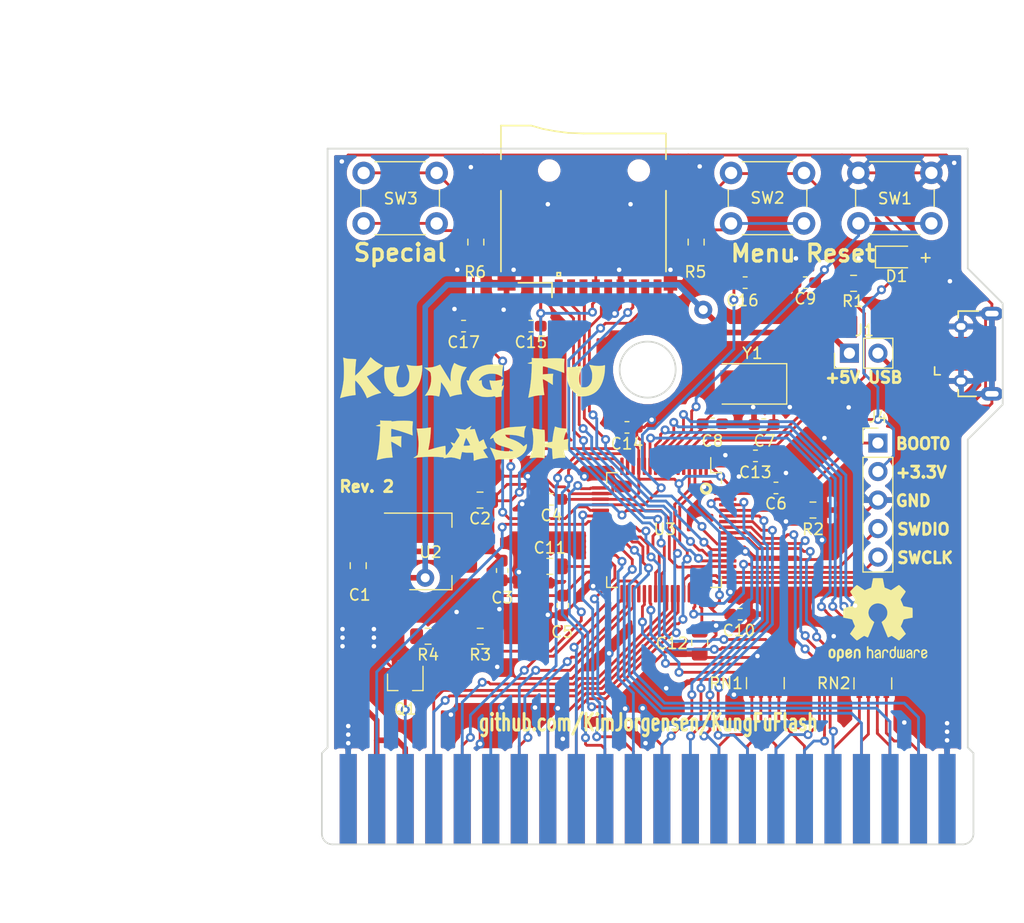
<source format=kicad_pcb>
(kicad_pcb (version 20211014) (generator pcbnew)
  (title_block (title "Kung Fu Flash") (date "2019-12-15") (rev "1"))
  (layers (0 "F.Cu" signal) (31 "B.Cu" signal) (34 "B.Paste" user) (35 "F.Paste" user) (36 "B.SilkS" user "B.Silkscreen") (37 "F.SilkS" user "F.Silkscreen") (38 "B.Mask" user) (39 "F.Mask" user) (44 "Edge.Cuts" user))
  (net 0 "")
  (net 1 "GND")
  (net 2 "Net-(XS1-Pad9)")
  (net 3 "/SD_CK")
  (net 4 "+3V3")
  (net 5 "/SD_D2")
  (net 6 "/SD_D3")
  (net 7 "/SD_CMD")
  (net 8 "/~{IRQ}")
  (net 9 "/R~{W}")
  (net 10 "Net-(U1-Pad6)")
  (net 11 "/~{IO1}")
  (net 12 "/~{GAME}")
  (net 13 "/~{EXROM}")
  (net 14 "/~{IO2}")
  (net 15 "/~{ROML}")
  (net 16 "Net-(U1-Pad13)")
  (net 17 "/CD7")
  (net 18 "/BA")
  (net 19 "+5V")
  (net 20 "/CD6")
  (net 21 "/CD5")
  (net 22 "/CD4")
  (net 23 "/CD3")
  (net 24 "/CD2")
  (net 25 "/CD1")
  (net 26 "/CD0")
  (net 27 "/A15")
  (net 28 "/A14")
  (net 29 "/A13")
  (net 30 "/A12")
  (net 31 "/A11")
  (net 32 "/A10")
  (net 33 "/~{ROMH}")
  (net 34 "/~{RESET}")
  (net 35 "/~{NMI}")
  (net 36 "/PHI2")
  (net 37 "/A4")
  (net 38 "/A3")
  (net 39 "/A2")
  (net 40 "/A1")
  (net 41 "/A0")
  (net 42 "/A7")
  (net 43 "/A6")
  (net 44 "/A5")
  (net 45 "/A8")
  (net 46 "/A9")
  (net 47 "/D2")
  (net 48 "/D3")
  (net 49 "/D1")
  (net 50 "/D0")
  (net 51 "/D4")
  (net 52 "/D5")
  (net 53 "/D7")
  (net 54 "/D6")
  (net 55 "Net-(Q1-Pad1)")
  (net 56 "/~{RST_O}")
  (net 57 "/BOOT0")
  (net 58 "Net-(D1-Pad1)")
  (net 59 "/~{LED}")
  (net 60 "Net-(C7-Pad2)")
  (net 61 "Net-(C8-Pad1)")
  (net 62 "/~{RST}")
  (net 63 "/MENU")
  (net 64 "/SPECIAL")
  (net 65 "Net-(C11-Pad2)")
  (net 66 "/SD_D0")
  (net 67 "/SD_D1")
  (net 68 "/USB_DM")
  (net 69 "/USB_DP")
  (net 70 "/SWDIO")
  (net 71 "Net-(C12-Pad1)")
  (net 72 "/SWCLK")
  (net 73 "+5C")
  (net 74 "Net-(J2-Pad4)")
  (net 75 "Net-(R5-Pad1)")
  (net 76 "Net-(R6-Pad1)")
  (footprint "Button_Switch_THT:SW_PUSH_6mm_H8mm" (layer "F.Cu") (at 112.3315 70.3665)
    (fp_text reference "SW2")
    (fp_text value "Menu")
  )
  (footprint "Capacitor_SMD:C_0603_1608Metric_Pad1.05x0.95mm_HandSolder" (layer "F.Cu") (at 96.3295 99.441 180)
    (fp_text reference "C4")
    (fp_text value "100n")
  )
  (footprint "Capacitor_SMD:C_0603_1608Metric_Pad1.05x0.95mm_HandSolder" (layer "F.Cu") (at 97.3455 108.8885 -90)
    (fp_text reference "C5")
    (fp_text value "100n")
  )
  (footprint "Crystal:Crystal_SMD_5032-2Pin_5.0x3.2mm" (layer "F.Cu") (at 114.24 89.154 180)
    (fp_text reference "Y1")
    (fp_text value "8MHz")
  )
  (footprint "Capacitor_SMD:C_0603_1608Metric_Pad1.05x0.95mm_HandSolder" (layer "F.Cu") (at 116.332 98.425)
    (fp_text reference "C6")
    (fp_text value "100n")
  )
  (footprint "mod:C64-Cart" (layer "F.Cu") (at 75.688 130.059501)
    (fp_text reference "U1" hide)
    (fp_text value "C64-Exp-Port" hide)
  )
  (footprint "Capacitor_SMD:C_0603_1608Metric_Pad1.05x0.95mm_HandSolder" (layer "F.Cu") (at 110.6665 92.71)
    (fp_text reference "C8")
    (fp_text value "20p")
  )
  (footprint "Capacitor_SMD:C_0805_2012Metric_Pad1.15x1.40mm_HandSolder" (layer "F.Cu") (at 109.5375 112.1955 -90)
    (fp_text reference "C12")
    (fp_text value "2.2u")
  )
  (footprint "Capacitor_SMD:C_0603_1608Metric_Pad1.05x0.95mm_HandSolder" (layer "F.Cu") (at 115.2525 92.7735)
    (fp_text reference "C7")
    (fp_text value "20p")
  )
  (footprint "Resistor_SMD:R_0805_2012Metric_Pad1.15x1.40mm_HandSolder" (layer "F.Cu") (at 119.625 100.3935)
    (fp_text reference "R2")
    (fp_text value "10k")
  )
  (footprint "Capacitor_SMD:C_0805_2012Metric_Pad1.15x1.40mm_HandSolder" (layer "F.Cu") (at 96.1935 105.41)
    (fp_text reference "C11")
    (fp_text value "2.2u")
  )
  (footprint "Capacitor_SMD:C_0603_1608Metric_Pad1.05x0.95mm_HandSolder" (layer "F.Cu") (at 103.0605 93.0275)
    (fp_text reference "C14")
    (fp_text value "100n")
  )
  (footprint "Capacitor_SMD:C_0603_1608Metric_Pad1.05x0.95mm_HandSolder" (layer "F.Cu") (at 114.5045 95.5675)
    (fp_text reference "C13")
    (fp_text value "100n")
  )
  (footprint "LED_SMD:LED_0805_2012Metric_Pad1.15x1.40mm_HandSolder" (layer "F.Cu") (at 127.0545 77.851)
    (fp_text reference "D1")
    (fp_text value "LED")
  )
  (footprint "Button_Switch_THT:SW_PUSH_6mm_H8mm" (layer "F.Cu") (at 79.606 70.3665)
    (fp_text reference "SW3")
    (fp_text value "Special")
  )
  (footprint "mod:Conn_uSDcard" (layer "F.Cu") (at 99.184 70.1485 180)
    (fp_text reference "XS1")
    (fp_text value "uSD_push_push")
  )
  (footprint "Resistor_SMD:R_Array_Convex_4x0603" (layer "F.Cu") (at 124.9615 115.835 90)
    (fp_text reference "RN2")
    (fp_text value "100R")
  )
  (footprint "Resistor_SMD:R_Array_Convex_4x0603" (layer "F.Cu") (at 115.386 115.813 90)
    (fp_text reference "RN1")
    (fp_text value "100R")
  )
  (footprint "Resistor_SMD:R_0805_2012Metric_Pad1.15x1.40mm_HandSolder" (layer "F.Cu") (at 89.5985 76.5265 -90)
    (fp_text reference "R6")
    (fp_text value "510R")
  )
  (footprint "Resistor_SMD:R_0805_2012Metric_Pad1.15x1.40mm_HandSolder" (layer "F.Cu") (at 85.344 111.633)
    (fp_text reference "R4")
    (fp_text value "510R")
  )
  (footprint "Resistor_SMD:R_0805_2012Metric_Pad1.15x1.40mm_HandSolder" (layer "F.Cu") (at 89.9885 111.633 180)
    (fp_text reference "R3")
    (fp_text value "10k")
  )
  (footprint "Resistor_SMD:R_0805_2012Metric_Pad1.15x1.40mm_HandSolder" (layer "F.Cu") (at 123.2445 80.2005)
    (fp_text reference "R1")
    (fp_text value "510R")
  )
  (footprint "Package_TO_SOT_SMD:SOT-23" (layer "F.Cu") (at 83.312 115.713 -90)
    (fp_text reference "Q1")
    (fp_text value "BC817")
  )
  (footprint "Package_TO_SOT_SMD:SOT-223-3_TabPin2" (layer "F.Cu") (at 85.5595 104.0765)
    (fp_text reference "U2")
    (fp_text value "AMS1117-3.3")
  )
  (footprint "Connector_PinHeader_2.54mm:PinHeader_1x02_P2.54mm_Vertical" (layer "F.Cu") (at 122.8725 86.4235 90)
    (fp_text reference "J1")
    (fp_text value "USB Power")
  )
  (footprint "Capacitor_SMD:C_0805_2012Metric_Pad1.15x1.40mm_HandSolder" (layer "F.Cu") (at 79.121 105.3465 90)
    (fp_text reference "C1")
    (fp_text value "10u")
  )
  (footprint "Capacitor_SMD:C_0805_2012Metric_Pad1.15x1.40mm_HandSolder" (layer "F.Cu") (at 89.9705 99.5045 180)
    (fp_text reference "C2")
    (fp_text value "10u")
  )
  (footprint "Capacitor_SMD:C_0603_1608Metric_Pad1.05x0.95mm_HandSolder" (layer "F.Cu") (at 118.9495 80.137 180)
    (fp_text reference "C9")
    (fp_text value "100n")
  )
  (footprint "Capacitor_SMD:C_0603_1608Metric_Pad1.05x0.95mm_HandSolder" (layer "F.Cu") (at 91.948 105.777 -90)
    (fp_text reference "C3")
    (fp_text value "100n")
  )
  (footprint "Capacitor_SMD:C_0603_1608Metric_Pad1.05x0.95mm_HandSolder" (layer "F.Cu") (at 94.502 84.0105 180)
    (fp_text reference "C15")
    (fp_text value "100n")
  )
  (footprint "Button_Switch_THT:SW_PUSH_6mm_H8mm" (layer "F.Cu") (at 123.675 70.358)
    (fp_text reference "SW1")
    (fp_text value "Reset")
  )
  (footprint "Capacitor_SMD:C_0603_1608Metric_Pad1.05x0.95mm_HandSolder" (layer "F.Cu") (at 113.5875 80.137)
    (fp_text reference "C16")
    (fp_text value "100n")
  )
  (footprint "Capacitor_SMD:C_0603_1608Metric_Pad1.05x0.95mm_HandSolder" (layer "F.Cu") (at 88.505 84.0105 180)
    (fp_text reference "C17")
    (fp_text value "100n")
  )
  (footprint "Resistor_SMD:R_0805_2012Metric_Pad1.15x1.40mm_HandSolder" (layer "F.Cu") (at 109.22 76.5265 -90)
    (fp_text reference "R5")
    (fp_text value "510R")
  )
  (footprint "Capacitor_SMD:C_0603_1608Metric_Pad1.05x0.95mm_HandSolder" (layer "F.Cu") (at 113.143 109.6645)
    (fp_text reference "C10")
    (fp_text value "100n")
  )
  (footprint "Package_QFP:LQFP-64_10x10mm_P0.5mm" (layer "F.Cu") (at 106.3625 102.1715 -90)
    (fp_text reference "U3")
    (fp_text value "STM32F405RGTx")
  )
  (footprint "mod:Kung_Fu_Flash_Logo" (layer "F.Cu") (at 89.281 91.3765)
    (fp_text reference "G***" hide)
    (fp_text value "LOGO" hide)
  )
  (footprint "Connector_PinHeader_2.54mm:PinHeader_1x05_P2.54mm_Vertical" (layer "F.Cu") (at 125.4125 94.4245)
    (fp_text reference "J4")
    (fp_text value "SWD")
  )
  (footprint "mod:Conn_USBmicro-B_ebay-side_TH" (layer "F.Cu") (at 135.564 86.468 90)
    (fp_text reference "J2")
    (fp_text value "USB_B_Micro")
  )
  (footprint "Symbol:OSHW-Logo2_9.8x8mm_SilkScreen" (layer "F.Cu") (at 125.4125 110.1725)
    (fp_text reference "REF**" hide)
    (fp_text value "OSHW-Logo2_9.8x8mm_SilkScreen" hide)
  )
  (gr_circle (center 110.109 98.4885) (end 110.509 98.4885) (layer "F.SilkS") (width 0.3) (fill none))
  (gr_line (start 133.9215 122.047) (end 133.9215 129.2225) (layer "Edge.Cuts") (width 0.15))
  (gr_line (start 133.4135 68.199) (end 133.4135 78.867) (layer "Edge.Cuts") (width 0.15))
  (gr_line (start 133.4135 94.107) (end 133.4135 121.539) (layer "Edge.Cuts") (width 0.15))
  (gr_arc (start 76.835 130.175) (mid 76.161481 129.896019) (end 75.8825 129.2225) (layer "Edge.Cuts") (width 0.15))
  (gr_arc (start 133.9215 129.2225) (mid 133.642519 129.896019) (end 132.969 130.175) (layer "Edge.Cuts") (width 0.15))
  (gr_line (start 132.969 130.175) (end 76.835 130.175) (layer "Edge.Cuts") (width 0.15))
  (gr_line (start 76.3905 68.199) (end 133.4135 68.199) (layer "Edge.Cuts") (width 0.15))
  (gr_circle (center 104.902 87.884) (end 102.4255 87.5665) (layer "Edge.Cuts") (width 0.15) (fill none))
  (gr_line (start 133.9215 122.047) (end 133.4135 121.539) (layer "Edge.Cuts") (width 0.15))
  (gr_line (start 136.525 81.9785) (end 136.525 90.9955) (layer "Edge.Cuts") (width 0.15))
  (gr_line (start 136.525 90.9955) (end 133.4135 94.107) (layer "Edge.Cuts") (width 0.15))
  (gr_line (start 75.8825 122.047) (end 76.3905 121.539) (layer "Edge.Cuts") (width 0.15))
  (gr_line (start 76.3905 121.539) (end 76.3905 68.199) (layer "Edge.Cuts") (width 0.15))
  (gr_line (start 133.4135 78.867) (end 136.525 81.9785) (layer "Edge.Cuts") (width 0.15))
  (gr_line (start 75.8825 129.2225) (end 75.8825 122.047) (layer "Edge.Cuts") (width 0.15))
  (gr_text "github.com/KimJorgensen/KungFuFlash" (at 104.9655 119.3165) (layer "F.SilkS") (effects (font (size 1.5 1) (thickness 0.25))))
  (gr_text "SWCLK" (at 127 104.648) (layer "F.SilkS") (effects (font (size 1 1) (thickness 0.25)) (justify left)))
  (gr_text "Rev. 2" (at 79.883 98.298) (layer "F.SilkS") (effects (font (size 1 1) (thickness 0.25))))
  (gr_text "GND" (at 126.8735 99.568) (layer "F.SilkS") (effects (font (size 1 1) (thickness 0.25)) (justify left)))
  (gr_text "+5V USB" (at 120.5865 88.5825) (layer "F.SilkS") (effects (font (size 1 1) (thickness 0.25)) (justify left)))
  (gr_text "+3.3V" (at 126.873 97.028) (layer "F.SilkS") (effects (font (size 1 1) (thickness 0.25)) (justify left)))
  (gr_text "Special" (at 78.5495 77.47) (layer "F.SilkS") (effects (font (size 1.5 1.5) (thickness 0.3)) (justify left)))
  (gr_text "SWDIO" (at 127 102.108) (layer "F.SilkS") (effects (font (size 1 1) (thickness 0.25)) (justify left)))
  (gr_text "+" (at 129.667 77.851) (layer "F.SilkS") (effects (font (size 1 1))))
  (gr_text "Menu" (at 112.141 77.5335) (layer "F.SilkS") (effects (font (size 1.5 1.5) (thickness 0.3)) (justify left)))
  (gr_text "Reset" (at 118.8085 77.5335) (layer "F.SilkS") (effects (font (size 1.5 1.5) (thickness 0.3)) (justify left)))
  (gr_text "BOOT0" (at 126.873 94.488) (layer "F.SilkS") (effects (font (size 1 1) (thickness 0.25)) (justify left)))
  (segment (start 95.3275 99.568) (end 95.4545 99.441) (width 0.25) (layer "F.Cu") (net 1))
  (segment (start 134.36741 90.043) (end 134.5565 90.043) (width 0.25) (layer "F.Cu") (net 1))
  (segment (start 130.81 89.789) (end 130.81 88.9) (width 0.25) (layer "F.Cu") (net 1))
  (segment (start 88.011 117.983) (end 91.948 117.983) (width 0.25) (layer "F.Cu") (net 1))
  (segment (start 79.248 102.616) (end 79.248 104.1945) (width 0.25) (layer "F.Cu") (net 1))
  (segment (start 92.202 109.728) (end 96.012 109.728) (width 0.25) (layer "F.Cu") (net 1))
  (segment (start 120.433 103.0605) (end 120.433 104.4205) (width 0.25) (layer "F.Cu") (net 1))
  (segment (start 114.225 98.9215) (end 114.6175 99.314) (width 0.25) (layer "F.Cu") (net 1))
  (segment (start 77.724 118.560315) (end 78.232 119.068315) (width 0.25) (layer "F.Cu") (net 1))
  (segment (start 109.6645 112.870264) (end 109.6645 113.2205) (width 0.25) (layer "F.Cu") (net 1))
  (segment (start 130.128032 94.282378) (end 134.36741 90.043) (width 0.25) (layer "F.Cu") (net 1))
  (segment (start 108.077 113.2205) (end 109.5375 113.2205) (width 0.25) (layer "F.Cu") (net 1))
  (segment (start 95.610996 97.3825) (end 96.552998 98.324502) (width 0.25) (layer "F.Cu") (net 1))
  (segment (start 78.228 126.121227) (end 78.228 121.162) (width 0.5) (layer "F.Cu") (net 1))
  (segment (start 131.22055 91.27905) (end 128.778 93.7216) (width 0.25) (layer "F.Cu") (net 1))
  (segment (start 77.724 110.998) (end 77.724 111.76) (width 0.25) (layer "F.Cu") (net 1))
  (segment (start 111.791182 115.479997) (end 112.5855 116.274315) (width 0.25) (layer "F.Cu") (net 1))
  (segment (start 102.362 78.994) (end 106.934 78.994) (width 0.25) (layer "F.Cu") (net 1))
  (segment (start 78.232 119.068315) (end 78.232 119.634) (width 0.25) (layer "F.Cu") (net 1))
  (segment (start 115.415 95.5675) (end 116.6495 95.5675) (width 0.25) (layer "F.Cu") (net 1))
  (segment (start 106.553 116.2685) (end 108.0135 116.2685) (width 0.25) (layer "F.Cu") (net 1))
  (segment (start 89.027 118.618) (end 89.9795 119.5705) (width 0.25) (layer "F.Cu") (net 1))
  (segment (start 115.411846 95.508346) (end 115.471 95.5675) (width 0.25) (layer "F.Cu") (net 1))
  (segment (start 82.042 109.474) (end 80.518 110.998) (width 0.25) (layer "F.Cu") (net 1))
  (segment (start 122.2145 68.7705) (end 131.5085 68.7705) (width 0.25) (layer "F.Cu") (net 1))
  (segment (start 128.325 105.918) (end 126.365 105.918) (width 0.25) (layer "F.Cu") (net 1))
  (segment (start 80.518 110.998) (end 80.518 111.76) (width 0.25) (layer "F.Cu") (net 1))
  (segment (start 117.207 98.425) (end 117.207 97.105508) (width 0.25) (layer "F.Cu") (net 1))
  (segment (start 106.934 70.5485) (end 106.934 68.7705) (width 0.25) (layer "F.Cu") (net 1))
  (segment (start 106.934 83.439) (end 106.934 80.1485) (width 0.25) (layer "F.Cu") (net 1))
  (segment (start 102.484 81.1565) (end 102.484 79.116) (width 0.25) (layer "F.Cu") (net 1))
  (segment (start 112.833685 107.696) (end 113.0935 107.442) (width 0.25) (layer "F.Cu") (net 1))
  (segment (start 98.156055 115.394445) (end 93.232945 115.394445) (width 0.25) (layer "F.Cu") (net 1))
  (segment (start 110.9165 98.9215) (end 110.31951 98.32451) (width 0.25) (layer "F.Cu") (net 1))
  (segment (start 128.846988 107.34257) (end 128.985029 107.204529) (width 0.25) (layer "F.Cu") (net 1))
  (segment (start 101.7905 98.806) (end 101.7905 97.9805) (width 0.25) (layer "F.Cu") (net 1))
  (segment (start 110.998 110.6805) (end 110.998 111.536764) (width 0.25) (layer "F.Cu") (net 1))
  (segment (start 118.11 77.978) (end 123.698 77.978) (width 0.25) (layer "F.Cu") (net 1))
  (segment (start 77.724 111.76) (end 77.724 112.522) (width 0.25) (layer "F.Cu") (net 1))
  (segment (start 103.378 73.152) (end 103.886 73.152) (width 0.25) (layer "F.Cu") (net 1))
  (segment (start 135.564 90.893) (end 135.3345 91.1225) (width 0.25) (layer "F.Cu") (net 1))
  (segment (start 135.564 82.043) (end 133.531 80.01) (width 0.25) (layer "F.Cu") (net 1))
  (segment (start 133.531 80.01) (end 131.826 80.01) (width 0.25) (layer "F.Cu") (net 1))
  (segment (start 79.121 104.3215) (end 78.0505 104.3215) (width 0.25) (layer "F.Cu") (net 1))
  (segment (start 92.964 78.994) (end 92.202 79.756) (width 0.25) (layer "F.Cu") (net 1))
  (segment (start 108.0135 116.2685) (end 108.802003 115.479997) (width 0.25) (layer "F.Cu") (net 1))
  (segment (start 92.202 80.5245) (end 92.334 80.6565) (width 0.25) (layer "F.Cu") (net 1))
  (segment (start 118.0745 80.137) (end 118.11 80.1015) (width 0.25) (layer "F.Cu") (net 1))
  (segment (start 94.234 97.3825) (end 95.610996 97.3825) (width 0.25) (layer "F.Cu") (net 1))
  (segment (start 135.001 83.456) (end 135.564 82.893) (width 0.25) (layer "F.Cu") (net 1))
  (segment (start 110.998 111.536764) (end 109.6645 112.870264) (width 0.25) (layer "F.Cu") (net 1))
  (segment (start 102.897097 118.082903) (end 104.421097 118.082903) (width 0.25) (layer "F.Cu") (net 1))
  (segment (start 102.484 81.6025) (end 102.484 82.358604) (width 0.25) (layer "F.Cu") (net 1))
  (segment (start 106.2355 116.2685) (end 106.553 116.2685) (width 0.25) (layer "F.Cu") (net 1))
  (segment (start 118.0745 80.137) (end 114.26591 80.137) (width 0.25) (layer "F.Cu") (net 1))
  (segment (start 102.484 81.0295) (end 102.484 81.6025) (width 0.25) (layer "F.Cu") (net 1))
  (segment (start 114.326495 104.801495) (end 113.6015 104.0765) (width 0.25) (layer "F.Cu") (net 1))
  (segment (start 134.5565 90.043) (end 134.5565 90.17) (width 0.25) (layer "F.Cu") (net 1))
  (segment (start 126.365 105.918) (end 126.58725 105.69575) (width 0.25) (layer "F.Cu") (net 1))
  (segment (start 114.018 109.065) (end 114.018 109.6645) (width 0.25) (layer "F.Cu") (net 1))
  (segment (start 120.65 102.8435) (end 120.433 103.0605) (width 0.25) (layer "F.Cu") (net 1))
  (segment (start 102.484 79.116) (end 102.362 78.994) (width 0.25) (layer "F.Cu") (net 1))
  (segment (start 128.778 93.7216) (end 128.778 105.465) (width 0.25) (layer "F.Cu") (net 1))
  (segment (start 88.5825 99.568) (end 87.376 99.568) (width 0.25) (layer "F.Cu") (net 1))
  (segment (start 94.932504 118.046504) (end 94.869 117.983) (width 0.25) (layer "F.Cu") (net 1))
  (segment (start 132.814 89.6856) (end 131.22055 91.27905) (width 0.25) (layer "F.Cu") (net 1))
  (segment (start 132.814 88.893) (end 132.814 89.6856) (width 0.25) (layer "F.Cu") (net 1))
  (segment (start 126.58725 105.69575) (end 127.1905 105.0925) (width 0.25) (layer "F.Cu") (net 1))
  (segment (start 104.6125 94.509493) (end 103.9355 93.832493) (width 0.25) (layer "F.Cu") (net 1))
  (segment (start 122.2145 68.7705) (end 123.802 70.358) (width 0.25) (layer "F.Cu") (net 1))
  (segment (start 100.3935 113.157) (end 98.156055 115.394445) (width 0.25) (layer "F.Cu") (net 1))
  (segment (start 135.564 82.893) (end 135.564 82.043) (width 0.25) (layer "F.Cu") (net 1))
  (segment (start 96.901 118.046504) (end 94.932504 118.046504) (width 0.25) (layer "F.Cu") (net 1))
  (segment (start 90.768 97.3825) (end 88.5825 99.568) (width 0.25) (layer "F.Cu") (net 1))
  (segment (start 106.934 78.994) (end 106.934 80.6565) (width 0.25) (layer "F.Cu") (net 1))
  (segment (start 78.0505 104.3215) (end 77.724 104.648) (width 0.25) (layer "F.Cu") (net 1))
  (segment (start 97.31 109.728) (end 97.3455 109.7635) (width 0.25) (layer "F.Cu") (net 1))
  (segment (start 110.31951 98.32451) (end 109.9185 98.32451) (width 0.25) (layer "F.Cu") (net 1))
  (segment (start 109.5375 113.2205) (end 109.842975 113.525975) (width 0.25) (layer "F.Cu") (net 1))
  (segment (start 82.362 114.713) (end 82.362 114.663) (width 0.25) (layer "F.Cu") (net 1))
  (segment (start 120.052005 104.801495) (end 114.326495 104.801495) (width 0.25) (layer "F.Cu") (net 1))
  (segment (start 89.9795 119.5705) (end 89.9795 121.2215) (width 0.25) (layer "F.Cu") (net 1))
  (segment (start 130.302 94.2975) (end 130.302 106.172) (width 0.25) (layer "F.Cu") (net 1))
  (segment (start 77.724 112.522) (end 77.724 118.560315) (width 0.25) (layer "F.Cu") (net 1))
  (segment (start 105.259113 92.353363) (end 106.274637 92.353363) (width 0.25) (layer "F.Cu") (net 1))
  (segment (start 117.221 96.139) (end 119.379996 93.980004) (width 0.25) (layer "F.Cu") (net 1))
  (segment (start 104.584976 93.0275) (end 105.259113 92.353363) (width 0.25) (layer "F.Cu") (net 1))
  (segment (start 104.4575 118.0465) (end 104.4575 115.697) (width 0.25) (layer "F.Cu") (net 1))
  (segment (start 108.802003 115.479997) (end 111.791182 115.479997) (width 0.25) (layer "F.Cu") (net 1))
  (segment (start 106.553 68.7705) (end 108.5215 68.7705) (width 0.25) (layer "F.Cu") (net 1))
  (segment (start 104.4575 115.697) (end 105.41 114.7445) (width 0.25) (layer "F.Cu") (net 1))
  (segment (start 103.9355 93.832493) (end 103.9355 93.0275) (width 0.25) (layer "F.Cu") (net 1))
  (segment (start 123.802 70.358) (end 130.302 70.358) (width 0.25) (layer "F.Cu") (net 1))
  (segment (start 85.1675 101.7765) (end 82.4095 101.7765) (width 0.25) (layer "F.Cu") (net 1))
  (segment (start 114.550535 113.525975) (end 114.681 113.39551) (width 0.25) (layer "F.Cu") (net 1))
  (segment (start 112.268 107.696) (end 112.649 107.696) (width 0.25) (layer "F.Cu") (net 1))
  (segment (start 103.378 73.152) (end 96.012 73.152) (width 0.25) (layer "F.Cu") (net 1))
  (segment (start 126.58725 105.69575) (end 128.23825 105.69575) (width 0.25) (layer "F.Cu") (net 1))
  (segment (start 80.518 112.819) (end 80.518 112.522) (width 0.25) (layer "F.Cu") (net 1))
  (segment (start 105.41 114.046) (end 106.426 113.03) (width 0.25) (layer "F.Cu") (net 1))
  (segment (start 114.6175 99.314) (end 116.84 99.314) (width 0.25) (layer "F.Cu") (net 1))
  (segment (start 128.778 105.465) (end 128.325 105.918) (width 0.25) (layer "F.Cu") (net 1))
  (segment (start 101.202817 97.392817) (end 99.266687 97.392817) (width 0.25) (layer "F.Cu") (net 1))
  (segment (start 132.1604 85.1726) (end 134.9819 85.1726) (width 0.25) (layer "F.Cu") (net 1))
  (segment (start 87.6935 82.4865) (end 87.6935 79.247998) (width 0.25) (layer "F.Cu") (net 1))
  (segment (start 114.3775 92.7735) (end 114.3775 91.3005) (width 0.25) (layer "F.Cu") (net 1))
  (segment (start 120.65 100.3935) (end 120.65 102.8435) (width 0.25) (layer "F.Cu") (net 1))
  (segment (start 103.462782 118.082903) (end 102.897097 118.082903) (width 0.25) (layer "F.Cu") (net 1))
  (segment (start 128.651 93.599) (end 132.1435 90.1065) (width 0.25) (layer "F.Cu") (net 1))
  (segment (start 106.934 68.7705) (end 106.553 68.7705) (width 0.25) (layer "F.Cu") (net 1))
  (segment (start 87.884 109.474) (end 82.042 109.474) (width 0.25) (layer "F.Cu") (net 1))
  (segment (start 135.564 90.043) (end 135.564 90.893) (width 0.25) (layer "F.Cu") (net 1))
  (segment (start 110.998 110.6805) (end 113.6015 110.6805) (width 0.25) (layer "F.Cu") (net 1))
  (segment (start 120.65 100.3935) (end 124.5235 100.3935) (width 0.25) (layer "F.Cu") (net 1))
  (segment (start 91.5035 68.7705) (end 91.434 68.84) (width 0.25) (layer "F.Cu") (net 1))
  (segment (start 112.0625 98.9215) (end 114.225 98.9215) (width 0.25) (layer "F.Cu") (net 1))
  (segment (start 91.5035 68.7705) (end 90.2335 68.7705) (width 0.25) (layer "F.Cu") (net 1))
  (segment (start 104.421097 118.082903) (end 104.4575 118.0465) (width 0.25) (layer "F.Cu") (net 1))
  (segment (start 97.3455 109.7635) (end 99.940318 107.168682) (width 0.25) (layer "F.Cu") (net 1))
  (segment (start 117.221 96.139) (end 117.221 97.091508) (width 0.25) (layer "F.Cu") (net 1))
  (segment (start 131.572 119.38) (end 131.572 109.982) (width 0.25) (layer "F.Cu") (net 1))
  (segment (start 114.26591 80.137) (end 114.4625 80.137) (width 0.25) (layer "F.Cu") (net 1))
  (segment (start 127.1905 99.5045) (end 125.4125 99.5045) (width 0.25) (layer "F.Cu") (net 1))
  (segment (start 78.232 119.634) (end 78.232 121.158) (width 0.25) (layer "F.Cu") (net 1))
  (segment (start 106.274637 92.353363) (end 108.839 89.789) (width 0.25) (layer "F.Cu") (net 1))
  (segment (start 134.5565 90.043) (end 135.564 90.043) (width 0.25) (layer "F.Cu") (net 1))
  (segment (start 106.553 68.7705) (end 91.5035 68.7705) (width 0.25) (layer "F.Cu") (net 1))
  (segment (start 135.564 90.043) (end 135.001 89.48) (width 0.25) (layer "F.Cu") (net 1))
  (segment (start 133.477 91.1225) (end 130.302 94.2975) (width 0.25) (layer "F.Cu") (net 1))
  (segment (start 119.036 101.6635) (end 117.475 101.6635) (width 0.25) (layer "F.Cu") (net 1))
  (segment (start 92.701 106.652) (end 93.435 105.918) (width 0.25) (layer "F.Cu") (net 1))
  (segment (start 132.1435 90.1065) (end 131.1275 90.1065) (width 0.25) (layer "F.Cu") (net 1))
  (segment (start 117.475 101.6635) (end 117.221 101.4095) (width 0.25) (layer "F.Cu") (net 1))
  (segment (start 101.657455 98.939045) (end 101.7905 98.806) (width 0.25) (layer "F.Cu") (net 1))
  (segment (start 128.9685 107.5055) (end 113.157 107.5055) (width 0.25) (layer "F.Cu") (net 1))
  (segment (start 131.22055 91.27905) (end 131.191 91.2495) (width 0.25) (layer "F.Cu") (net 1))
  (segment (start 92.1665 82.55) (end 93.627 84.0105) (width 0.25) (layer "F.Cu") (net 1))
  (segment (start 87.6935 83.947) (end 87.63 84.0105) (width 0.25) (layer "F.Cu") (net 1))
  (segment (start 115.316 95.7225) (end 115.471 95.5675) (width 0.25) (layer "F.Cu") (net 1))
  (segment (start 117.207 98.947) (end 117.207 98.425) (width 0.25) (layer "F.Cu") (net 1))
  (segment (start 109.842975 113.525975) (end 114.550535 113.525975) (width 0.25) (layer "F.Cu") (net 1))
  (segment (start 113.157 107.5055) (end 113.0935 107.442) (width 0.25) (layer "F.Cu") (net 1))
  (segment (start 117.207 97.105508) (end 117.221 97.091508) (width 0.25) (layer "F.Cu") (net 1))
  (segment (start 130.302 85.175) (end 132.745 85.175) (width 0.25) (layer "F.Cu") (net 1))
  (segment (start 111.5415 92.71) (end 114.314 92.71) (width 0.25) (layer "F.Cu") (net 1))
  (segment (start 98.113545 98.939045) (end 101.657455 98.939045) (width 0.25) (layer "F.Cu") (net 1))
  (segment (start 91.948 106.652) (end 92.701 106.652) (width 0.25) (layer "F.Cu") (net 1))
  (segment (start 131.191 91.2495) (end 122.809004 91.2495) (width 0.25) (layer "F.Cu") (net 1))
  (segment (start 93.435 105.918) (end 94.6605 105.918) (width 0.25) (layer "F.Cu") (net 1))
  (segment (start 131.572 109.982) (end 128.9685 107.5055) (width 0.25) (layer "F.Cu") (net 1))
  (segment (start 108.839 85.344) (end 106.934 83.439) (width 0.25) (layer "F.Cu") (net 1))
  (segment (start 131.568 126.121227) (end 131.568 120.908) (width 0.5) (layer "F.Cu") (net 1))
  (segment (start 127.8255 119.38) (end 127.762 119.3165) (width 0.25) (layer "F.Cu") (net 1))
  (segment (start 94.234 97.3825) (end 90.768 97.3825) (width 0.25) (layer "F.Cu") (net 1))
  (segment (start 82.362 114.713) (end 82.362 114.763) (width 0.25) (layer "F.Cu") (net 1))
  (segment (start 79.248 104.1945) (end 79.121 104.3215) (width 0.25) (layer "F.Cu") (net 1))
  (segment (start 91.694 109.22) (end 92.202 109.728) (width 0.25) (layer "F.Cu") (net 1))
  (segment (start 112.5855 116.274315) (end 112.5855 116.84) (width 0.25) (layer "F.Cu") (net 1))
  (segment (start 131.572 119.38) (end 127.8255 119.38) (width 0.25) (layer "F.Cu") (net 1))
  (segment (start 113.6015 110.6805) (end 114.018 110.264) (width 0.25) (layer "F.Cu") (net 1))
  (segment (start 114.018 110.264) (end 114.018 109.6645) (width 0.25) (layer "F.Cu") (net 1))
  (segment (start 87.6935 79.247998) (end 87.9475 78.993998) (width 0.25) (layer "F.Cu") (net 1))
  (segment (start 96.012 109.728) (end 97.31 109.728) (width 0.25) (layer "F.Cu") (net 1))
  (segment (start 92.202 115.062) (end 91.5035 114.3635) (width 0.25) (layer "F.Cu") (net 1))
  (segment (start 103.9355 93.0275) (end 104.584976 93.0275) (width 0.25) (layer "F.Cu") (net 1))
  (segment (start 87.376 118.618) (end 88.011 117.983) (width 0.25) (layer "F.Cu") (net 1))
  (segment (start 135.001 89.48) (end 135.001 85.1535) (width 0.25) (layer "F.Cu") (net 1))
  (segment (start 120.433 103.0605) (end 119.036 101.6635) (width 0.25) (layer "F.Cu") (net 1))
  (segment (start 93.9165 71.0565) (end 91.434 71.0565) (width 0.25) (layer "F.Cu") (net 1))
  (segment (start 128.985029 107.204529) (end 130.128032 106.061525) (width 0.25) (layer "F.Cu") (net 1))
  (segment (start 82.362 114.663) (end 80.518 112.819) (width 0.25) (layer "F.Cu") (net 1))
  (segment (start 113.0935 107.442) (end 113.187115 107.34257) (width 0.25) (layer "F.Cu") (net 1))
  (segment (start 130.81 88.9) (end 130.817 88.893) (width 0.25) (layer "F.Cu") (net 1))
  (segment (start 128.651 105.283) (end 128.651 93.599) (width 0.25) (layer "F.Cu") (net 1))
  (segment (start 90.2335 68.7705) (end 89.154 69.85) (width 0.25) (layer "F.Cu") (net 1))
  (segment (start 112.268 107.696) (end 112.833685 107.696) (width 0.25) (layer "F.Cu") (net 1))
  (segment (start 131.5085 68.7705) (end 132.207 69.469) (width 0.25) (layer "F.Cu") (net 1))
  (segment (start 131.1275 90.1065) (end 130.81 89.789) (width 0.25) (layer "F.Cu") (net 1))
  (segment (start 87.6935 82.4865) (end 87.6935 83.947) (width 0.25) (layer "F.Cu") (net 1))
  (segment (start 80.0875 101.7765) (end 79.248 102.616) (width 0.25) (layer "F.Cu") (net 1))
  (segment (start 118.11 80.1015) (end 118.11 77.978) (width 0.25) (layer "F.Cu") (net 1))
  (segment (start 131.572 120.904) (end 131.572 119.38) (width 0.25) (layer "F.Cu") (net 1))
  (segment (start 87.376 99.568) (end 85.1675 101.7765) (width 0.25) (layer "F.Cu") (net 1))
  (segment (start 105.41 114.7445) (end 105.41 114.046) (width 0.25) (layer "F.Cu") (net 1))
  (segment (start 113.187115 107.34257) (end 128.846988 107.34257) (width 0.25) (layer "F.Cu") (net 1))
  (segment (start 96.012 73.152) (end 93.9165 71.0565) (width 0.25) (layer "F.Cu") (net 1))
  (segment (start 128.9685 107.5055) (end 128.985029 107.395029) (width 0.25) (layer "F.Cu") (net 1))
  (segment (start 104.6125 96.4715) (end 104.6125 94.509493) (width 0.25) (layer "F.Cu") (net 1))
  (segment (start 130.302 106.172) (end 128.9685 107.5055) (width 0.25) (layer "F.Cu") (net 1))
  (segment (start 128.23825 105.69575) (end 128.651 105.283) (width 0.25) (layer "F.Cu") (net 1))
  (segment (start 134.5565 90.17) (end 133.825545 90.900955) (width 0.25) (layer "F.Cu") (net 1))
  (segment (start 106.426 113.03) (end 107.8865 113.03) (width 0.25) (layer "F.Cu") (net 1))
  (segment (start 131.568 120.908) (end 131.572 120.904) (width 0.25) (layer "F.Cu") (net 1))
  (segment (start 92.202 79.756) (end 92.202 80.5245) (width 0.25) (layer "F.Cu") (net 1))
  (segment (start 99.940318 107.168682) (end 100.045938 107.168682) (width 0.25) (layer "F.Cu") (net 1))
  (segment (start 92.9005 115.062) (end 92.202 115.062) (width 0.25) (layer "F.Cu") (net 1))
  (segment (start 94.017 99.568) (end 95.3275 99.568) (width 0.25) (layer "F.Cu") (net 1))
  (segment (start 112.0375 98.9215) (end 110.9165 98.9215) (width 0.25) (layer "F.Cu") (net 1))
  (segment (start 124.5235 100.3935) (end 125.4125 99.5045) (width 0.25) (layer "F.Cu") (net 1))
  (segment (start 133.825545 90.900955) (end 133.509455 90.900955) (width 0.25) (layer "F.Cu") (net 1))
  (segment (start 114.3775 91.3005) (end 114.3 91.223) (width 0.25) (layer "F.Cu") (net 1))
  (segment (start 132.67 84.05) (end 130.302 84.05) (width 0.25) (layer "F.Cu") (net 1))
  (segment (start 82.4095 101.7765) (end 80.0875 101.7765) (width 0.25) (layer "F.Cu") (net 1))
  (segment (start 119.379996 93.980004) (end 120.649996 93.980004) (width 0.25) (layer "F.Cu") (net 1))
  (segment (start 108.5215 68.7705) (end 109.5375 69.7865) (width 0.25) (layer "F.Cu") (net 1))
  (segment (start 94.6605 105.918) (end 95.1685 105.41) (width 0.25) (layer "F.Cu") (net 1))
  (segment (start 128.985029 107.395029) (end 128.985029 107.204529) (width 0.25) (layer "F.Cu") (net 1))
  (segment (start 120.433 104.4205) (end 120.052005 104.801495) (width 0.25) (layer "F.Cu") (net 1))
  (segment (start 93.726 99.859) (end 94.017 99.568) (width 0.25) (layer "F.Cu") (net 1))
  (segment (start 91.434 68.84) (end 91.434 70.5485) (width 0.25) (layer "F.Cu") (net 1))
  (segment (start 134.9819 85.1726) (end 135.001 85.1535) (width 0.25) (layer "F.Cu") (net 1))
  (segment (start 127.1905 105.0925) (end 127.1905 99.5045) (width 0.25) (layer "F.Cu") (net 1))
  (segment (start 97.499002 98.324502) (end 98.113545 98.939045) (width 0.25) (layer "F.Cu") (net 1))
  (segment (start 87.376 118.618) (end 89.027 118.618) (width 0.25) (layer "F.Cu") (net 1))
  (segment (start 130.128032 106.061525) (end 130.128032 94.282378) (width 0.25) (layer "F.Cu") (net 1))
  (segment (start 114.314 92.71) (end 114.3775 92.7735) (width 0.25) (layer "F.Cu") (net 1))
  (segment (start 101.473 113.157) (end 100.3935 113.157) (width 0.25) (layer "F.Cu") (net 1))
  (segment (start 93.232945 115.394445) (end 92.9005 115.062) (width 0.25) (layer "F.Cu") (net 1))
  (segment (start 108.5215 68.7705) (end 122.2145 68.7705) (width 0.25) (layer "F.Cu") (net 1))
  (segment (start 130.302 84.05) (end 130.302 85.175) (width 0.25) (layer "F.Cu") (net 1))
  (segment (start 135.564 90.424) (end 135.564 90.043) (width 0.25) (layer "F.Cu") (net 1))
  (segment (start 130.817 88.893) (end 132.814 88.893) (width 0.25) (layer "F.Cu") (net 1))
  (segment (start 104.4575 118.0465) (end 106.2355 116.2685) (width 0.25) (layer "F.Cu") (net 1))
  (segment (start 116.84 99.314) (end 117.207 98.947) (width 0.25) (layer "F.Cu") (net 1))
  (segment (start 115.288 95.4405) (end 115.415 95.5675) (width 0.25) (layer "F.Cu") (net 1))
  (segment (start 112.649 107.696) (end 114.018 109.065) (width 0.25) (layer "F.Cu") (net 1))
  (segment (start 96.552998 98.324502) (end 97.499002 98.324502) (width 0.25) (layer "F.Cu") (net 1))
  (segment (start 78.232 68.7705) (end 77.6605 69.342) (width 0.25) (layer "F.Cu") (net 1))
  (segment (start 102.484 82.358604) (end 101.959019 82.883585) (width 0.25) (layer "F.Cu") (net 1))
  (segment (start 116.6495 95.5675) (end 117.221 96.139) (width 0.25) (layer "F.Cu") (net 1))
  (segment (start 105.9815 71.0565) (end 106.934 71.0565) (width 0.25) (layer "F.Cu") (net 1))
  (segment (start 135.001 85.1535) (end 135.001 83.456) (width 0.25) (layer "F.Cu") (net 1))
  (segment (start 90.2335 68.7705) (end 78.232 68.7705) (width 0.25) (layer "F.Cu") (net 1))
  (segment (start 78.228 121.162) (end 78.232 121.158) (width 0.25) (layer "F.Cu") (net 1))
  (segment (start 102.484 81.6025) (end 102.484 80.6485) (width 0.25) (layer "F.Cu") (net 1))
  (segment (start 92.075 82.55) (end 92.1665 82.55) (width 0.25) (layer "F.Cu") (net 1))
  (segment (start 77.724 104.648) (end 77.724 110.998) (width 0.25) (layer "F.Cu") (net 1))
  (segment (start 107.8865 113.03) (end 108.077 113.2205) (width 0.25) (layer "F.Cu") (net 1))
  (segment (start 94.869 117.983) (end 91.948 117.983) (width 0.25) (layer "F.Cu") (net 1))
  (segment (start 101.7905 97.9805) (end 101.202817 97.392817) (width 0.25) (layer "F.Cu") (net 1))
  (segment (start 135.3345 91.1225) (end 133.477 91.1225) (width 0.25) (layer "F.Cu") (net 1))
  (segment (start 108.839 89.789) (end 108.839 85.344) (width 0.25) (layer "F.Cu") (net 1))
  (segment (start 103.886 73.152) (end 105.9815 71.0565) (width 0.25) (layer "F.Cu") (net 1))
  (via (at 109.9185 98.32451) (size 0.8) (drill 0.4) (layers "F.Cu" "B.Cu") (net 1))
  (via (at 131.572 120.904) (size 0.8) (drill 0.4) (layers "F.Cu" "B.Cu") (net 1))
  (via (at 109.5375 69.7865) (size 0.8) (drill 0.4) (layers "F.Cu" "B.Cu") (net 1))
  (via (at 120.649996 93.980004) (size 0.8) (drill 0.4) (layers "F.Cu" "B.Cu") (net 1))
  (via (at 91.694 109.22) (size 0.8) (drill 0.4) (layers "F.Cu" "B.Cu") (net 1))
  (via (at 77.724 112.522) (size 0.8) (drill 0.4) (layers "F.Cu" "B.Cu") (net 1))
  (via (at 131.572 119.38) (size 0.8) (drill 0.4) (layers "F.Cu" "B.Cu") (net 1))
  (via (at 93.435 105.918) (size 0.8) (drill 0.4) (layers "F.Cu" "B.Cu") (net 1))
  (via (at 101.473 113.157) (size 0.8) (drill 0.4) (layers "F.Cu" "B.Cu") (net 1))
  (via (at 117.221 101.4095) (size 0.8) (drill 0.4) (layers "F.Cu" "B.Cu") (net 1))
  (via (at 131.572 120.142) (size 0.8) (drill 0.4) (layers "F.Cu" "B.Cu") (net 1))
  (via (at 103.378 73.152) (size 0.8) (drill 0.4) (layers "F.Cu" "B.Cu") (net 1))
  (via (at 105.259113 92.353363) (size 0.8) (drill 0.4) (layers "F.Cu" "B.Cu") (net 1))
  (via (at 77.724 111.76) (size 0.8) (drill 0.4) (layers "F.Cu" "B.Cu") (net 1))
  (via (at 94.869 117.983) (size 0.8) (drill 0.4) (layers "F.Cu" "B.Cu") (net 1))
  (via (at 80.518 112.522) (size 0.8) (drill 0.4) (layers "F.Cu" "B.Cu") (net 1))
  (via (at 104.4575 118.0465) (size 0.8) (drill 0.4) (layers "F.Cu" "B.Cu") (net 1))
  (via (at 93.726 99.859) (size 0.8) (drill 0.4) (layers "F.Cu" "B.Cu") (net 1))
  (via (at 78.232 121.158) (size 0.8) (drill 0.4) (layers "F.Cu" "B.Cu") (net 1))
  (via (at 127.762 119.3165) (size 0.8) (drill 0.4) (layers "F.Cu" "B.Cu") (net 1))
  (via (at 92.964 78.994) (size 0.8) (drill 0.4) (layers "F.Cu" "B.Cu") (net 1))
  (via (at 131.826 80.01) (size 0.8) (drill 0.4) (layers "F.Cu" "B.Cu") (net 1))
  (via (at 91.948 117.983) (size 0.8) (drill 0.4) (layers "F.Cu" "B.Cu") (net 1))
  (via (at 96.012 109.728) (size 0.8) (drill 0.4) (layers "F.Cu" "B.Cu") (net 1))
  (via (at 94.234 97.3825) (size 0.8) (drill 0.4) (layers "F.Cu" "B.Cu") (net 1))
  (via (at 117.221 97.091508) (size 0.8) (drill 0.4) (layers "F.Cu" "B.Cu") (net 1))
  (via (at 87.376 118.618) (size 0.8) (drill 0.4) (layers "F.Cu" "B.Cu") (net 1))
  (via (at 104.7115 121.158) (size 0.8) (drill 0.4) (layers "F.Cu" "B.Cu") (net 1))
  (via (at 96.012 73.152) (size 0.8) (drill 0.4) (layers "F.Cu" "B.Cu") (net 1))
  (via (at 77.724 110.998) (size 0.8) (drill 0.4) (layers "F.Cu" "B.Cu") (net 1))
  (via (at 91.5035 114.3635) (size 0.8) (drill 0.4) (layers "F.Cu" "B.Cu") (net 1))
  (via (at 112.5855 116.84) (size 0.8) (drill 0.4) (layers "F.Cu" "B.Cu") (net 1))
  (via (at 123.698 77.978) (size 0.8) (drill 0.4) (layers "F.Cu" "B.Cu") (net 1))
  (via (at 78.232 119.634) (size 0.8) (drill 0.4) (layers "F.Cu" "B.Cu") (net 1))
  (via (at 120.433 103.0605) (size 0.8) (drill 0.4) (layers "F.Cu" "B.Cu") (net 1))
  (via (at 92.075 82.55) (size 0.8) (drill 0.4) (layers "F.Cu" "B.Cu") (net 1))
  (via (at 114.3 91.223) (size 0.8) (drill 0.4) (layers "F.Cu" "B.Cu") (net 1))
  (via (at 110.998 110.6805) (size 0.8) (drill 0.4) (layers "F.Cu" "B.Cu") (net 1))
  (via (at 97.3455 120.777) (size 0.8) (drill 0.4) (layers "F.Cu" "B.Cu") (net 1))
  (via (at 106.553 116.2685) (size 0.8) (drill 0.4) (layers "F.Cu" "B.Cu") (net 1))
  (via (at 78.232 120.396) (size 0.8) (drill 0.4) (layers "F.Cu" "B.Cu") (net 1))
  (via (at 118.11 77.978) (size 0.8) (drill 0.4) (layers "F.Cu" "B.Cu") (net 1))
  (via (at 111.8235 95.504) (size 0.8) (drill 0.4) (layers "F.Cu" "B.Cu") (net 1))
  (via (at 113.6015 104.0765) (size 0.8) (drill 0.4) (layers "F.Cu" "B.Cu") (net 1))
  (via (at 87.884 109.474) (size 0.8) (drill 0.4) (layers "F.Cu" "B.Cu") (net 1))
  (via (at 99.266687 97.392817) (size 0.8) (drill 0.4) (layers "F.Cu" "B.Cu") (net 1))
  (via (at 106.934 78.994) (size 0.8) (drill 0.4) (layers "F.Cu" "B.Cu") (net 1))
  (via (at 87.9475 78.993998) (size 0.8) (drill 0.4) (layers "F.Cu" "B.Cu") (net 1))
  (via (at 117.565 91.223) (size 0.8) (drill 0.4) (layers "F.Cu" "B.Cu") (net 1))
  (via (at 132.207 69.469) (size 0.8) (drill 0.4) (layers "F.Cu" "B.Cu") (net 1))
  (via (at 102.362 78.994) (size 0.8) (drill 0.4) (layers "F.Cu" "B.Cu") (net 1))
  (via (at 121.4755 111.633) (size 0.8) (drill 0.4) (layers "F.Cu" "B.Cu") (net 1))
  (via (at 100.045938 107.168682) (size 0.8) (drill 0.4) (layers "F.Cu" "B.Cu") (net 1))
  (via (at 87.6935 82.4865) (size 0.8) (drill 0.4) (layers "F.Cu" "B.Cu") (net 1))
  (via (at 80.518 110.998) (size 0.8) (drill 0.4) (layers "F.Cu" "B.Cu") (net 1))
  (via (at 113.03 97.409) (size 0.8) (drill 0.4) (layers "F.Cu" "B.Cu") (net 1))
  (via (at 89.9795 121.2215) (size 0.8) (drill 0.4) (layers "F.Cu" "B.Cu") (net 1))
  (via (at 96.901 118.046504) (size 0.8) (drill 0.4) (layers "F.Cu" "B.Cu") (net 1))
  (via (at 77.6605 69.342) (size 0.8) (drill 0.4) (layers "F.Cu" "B.Cu") (net 1))
  (via (at 112.268 107.696) (size 0.8) (drill 0.4) (layers "F.Cu" "B.Cu") (net 1))
  (via (at 122.809004 91.2495) (size 0.8) (drill 0.4) (layers "F.Cu" "B.Cu") (net 1))
  (via (at 89.154 69.85) (size 0.8) (drill 0.4) (layers "F.Cu" "B.Cu") (net 1))
  (via (at 101.959019 82.883585) (size 0.8) (drill 0.4) (layers "F.Cu" "B.Cu") (net 1))
  (via (at 80.518 111.76) (size 0.8) (drill 0.4) (layers "F.Cu" "B.Cu") (net 1))
  (via (at 114.681 113.39551) (size 0.8) (drill 0.4) (layers "F.Cu" "B.Cu") (net 1))
  (via (at 102.897097 118.082903) (size 0.8) (drill 0.4) (layers "F.Cu" "B.Cu") (net 1))
  (segment (start 132.492 84.05) (end 132.67 84.05) (width 0.25) (layer "B.Cu") (net 1))
  (segment (start 132.67 84.05) (end 132.77 84.05) (width 0.25) (layer "B.Cu") (net 1))
  (segment (start 122.682 91.376504) (end 122.809004 91.2495) (width 0.25) (layer "B.Cu") (net 1))
  (segment (start 98.39387 96.52) (end 99.266687 97.392817) (width 0.25) (layer "B.Cu") (net 1))
  (segment (start 93.726 99.859) (end 94.234 99.351) (width 0.25) (layer "B.Cu") (net 1))
  (segment (start 130.328685 84.043) (end 124.263685 77.978) (width 0.25) (layer "B.Cu") (net 1))
  (segment (start 109.518501 99.923504) (end 109.518501 98.724509) (width 0.25) (layer "B.Cu") (net 1))
  (segment (start 123.698 92.138496) (end 123.698 98.552) (width 0.25) (layer "B.Cu") (net 1))
  (segment (start 102.362 78.994) (end 92.964 78.994) (width 0.25) (layer "B.Cu") (net 1))
  (segment (start 93.435 107.151) (end 96.012 109.728) (width 0.25) (layer "B.Cu") (net 1))
  (segment (start 131.573 100.458) (end 131.573 101.279) (width 0.25) (layer "B.Cu") (net 1))
  (segment (start 93.435 105.918) (end 93.435 100.15) (width 0.25) (layer "B.Cu") (net 1))
  (segment (start 114.3 91.223) (end 117.5015 91.223) (width 0.25) (layer "B.Cu") (net 1))
  (segment (start 80.518 111.76) (end 80.518 112.522) (width 0.25) (layer "B.Cu") (net 1))
  (segment (start 112.268 107.7595) (end 112.268 108.1405) (width 0.25) (layer "B.Cu") (net 1))
  (segment (start 101.53801 116.723816) (end 101.53801 112.77751) (width 0.25) (layer "B.Cu") (net 1))
  (segment (start 101.53801 112.77751) (end 101.53801 113.09199) (width 0.25) (layer "B.Cu") (net 1))
  (segment (start 131.568 120.908) (end 131.572 120.904) (width 0.25) (layer "B.Cu") (net 1))
  (segment (start 77.724 112.522) (end 80.518 112.522) (width 0.25) (layer "B.Cu") (net 1))
  (segment (start 101.53801 112.77751) (end 101.53801 108.660754) (width 0.25) (layer "B.Cu") (net 1))
  (segment (start 102.897097 118.082903) (end 101.53801 116.723816) (width 0.25) (layer "B.Cu") (net 1))
  (segment (start 117.094 78.994) (end 118.11 77.978) (width 0.25) (layer "B.Cu") (net 1))
  (segment (start 87.947502 78.994) (end 87.9475 78.993998) (width 0.25) (layer "B.Cu") (net 1))
  (segment (start 124.6505 99.5045) (end 127.127 99.5045) (width 0.25) (layer "B.Cu") (net 1))
  (segment (start 122.682 92.329) (end 122.682 91.376504) (width 0.25) (layer "B.Cu") (net 1))
  (segment (start 94.234 99.351) (end 94.234 97.3825) (width 0.25) (layer "B.Cu") (net 1))
  (segment (start 78.232 120.396) (end 78.232 119.634) (width 0.25) (layer "B.Cu") (net 1))
  (segment (start 93.435 100.15) (end 93.726 99.859) (width 0.25) (layer "B.Cu") (net 1))
  (segment (start 132.814 84.043) (end 132.814 83.213) (width 0.25) (layer "B.Cu") (net 1))
  (segment (start 78.228 126.121227) (end 78.228 121.162) (width 0.5) (layer "B.Cu") (net 1))
  (segment (start 120.433 103.0605) (end 120.433 105.8175) (width 0.25) (layer "B.Cu") (net 1))
  (segment (start 112.268 107.696) (end 112.2045 107.696) (width 0.25) (layer "B.Cu") (net 1))
  (segment (start 93.435 105.918) (end 93.435 107.151) (width 0.25) (layer "B.Cu") (net 1))
  (segment (start 110.80199 108.70649) (end 109.4105 107.315) (width 0.25) (layer "B.Cu") (net 1))
  (segment (start 131.572 120.904) (end 131.572 120.142) (width 0.25) (layer "B.Cu") (net 1))
  (segment (start 124.263685 77.978) (end 123.698 77.978) (width 0.25) (layer "B.Cu") (net 1))
  (segment (start 78.228 121.162) (end 78.232 121.158) (width 0.25) (layer "B.Cu") (net 1))
  (segment (start 117.0305 102.249368) (end 117.0305 111.04601) (width 0.25) (layer "B.Cu") (net 1))
  (segment (start 117.528 91.2495) (end 122.809004 91.2495) (width 0.25) (layer "B.Cu") (net 1))
  (segment (start 112.2045 107.696) (end 112.268 107.7595) (width 0.25) (layer "B.Cu") (net 1))
  (segment (start 109.4105 107.315) (end 109.4105 105.9815) (width 0.25) (layer "B.Cu") (net 1))
  (segment (start 96.901 120.3325) (end 97.3455 120.777) (width 0.25) (layer "B.Cu") (net 1))
  (segment (start 120.649996 93.980004) (end 121.030996 93.980004) (width 0.25) (layer "B.Cu") (net 1))
  (segment (start 113.6015 104.0765) (end 114.172991 104.647991) (width 0.25) (layer "B.Cu") (net 1))
  (segment (start 103.378 77.978) (end 103.378 73.152) (width 0.25) (layer "B.Cu") (net 1))
  (segment (start 121.030996 93.980004) (end 122.682 92.329) (width 0.25) (layer "B.Cu") (net 1))
  (segment (start 106.934 78.994) (end 117.094 78.994) (width 0.25) (layer "B.Cu") (net 1))
  (segment (start 114.172991 108.267509) (end 111.76 110.6805) (width 0.25) (layer "B.Cu") (net 1))
  (segment (start 96.901 118.046504) (end 96.901 120.3325) (width 0.25) (layer "B.Cu") (net 1))
  (segment (start 104.4575 118.0465) (end 104.4575 120.904) (width 0.25) (layer "B.Cu") (net 1))
  (segment (start 78.232 120.396) (end 78.232 121.158) (width 0.25) (layer "B.Cu") (net 1))
  (segment (start 77.724 110.998) (end 77.724 111.76) (width 0.25) (layer "B.Cu") (net 1))
  (segment (start 101.53801 113.09199) (end 101.473 113.157) (width 0.25) (layer "B.Cu") (net 1))
  (segment (start 87.884 118.11) (end 87.376 118.618) (width 0.25) (layer "B.Cu") (net 1))
  (segment (start 117.5015 91.223) (end 117.528 91.2495) (width 0.25) (layer "B.Cu") (net 1))
  (segment (start 132.814 83.213) (end 133.134 82.893) (width 0.25) (layer "B.Cu") (net 1))
  (segment (start 87.884 109.474) (end 87.884 118.11) (width 0.25) (layer "B.Cu") (net 1))
  (segment (start 117.221 97.091508) (end 113.411008 97.091508) (width 0.25) (layer "B.Cu") (net 1))
  (segment (start 130.6195 99.5045) (end 131.573 100.458) (width 0.25) (layer "B.Cu") (net 1))
  (segment (start 131.572 100.584) (end 131.572 119.38) (width 0.25) (layer "B.Cu") (net 1))
  (segment (start 131.572 119.38) (end 131.572 120.142) (width 0.25) (layer "B.Cu") (net 1))
  (segment (start 87.884 109.474) (end 91.44 109.474) (width 0.25) (layer "B.Cu") (net 1))
  (segment (start 102.362 78.994) (end 103.378 77.978) (width 0.25) (layer "B.Cu") (net 1))
  (segment (start 117.221 101.5365) (end 117.221 101.4095) (width 0.25) (layer "B.Cu") (net 1))
  (segment (start 77.724 110.998) (end 80.518 110.998) (width 0.25) (layer "B.Cu") (net 1))
  (segment (start 95.0965 96.52) (end 98.39387 96.52) (width 0.25) (layer "B.Cu") (net 1))
  (segment (start 119.658314 106.592186) (end 119.658314 109.815814) (width 0.25) (layer "B.Cu") (net 1))
  (segment (start 132.814 84.043) (end 130.328685 84.043) (width 0.25) (layer "B.Cu") (net 1))
  (segment (start 92.0115 82.4865) (end 92.075 82.55) (width 0.25) (layer "B.Cu") (net 1))
  (segment (start 92.964 78.994) (end 92.964 76.2) (width 0.25) (layer "B.Cu") (net 1))
  (segment (start 117.0305 111.04601) (end 114.681 113.39551) (width 0.25) (layer "B.Cu") (net 1))
  (segment (start 109.518501 98.724509) (end 109.9185 98.32451) (width 0.25) (layer "B.Cu") (net 1))
  (segment (start 114.172991 104.647991) (end 114.172991 108.267509) (width 0.25) (layer "B.Cu") (net 1))
  (segment (start 92.964 76.2) (end 96.012 73.152) (width 0.25) (layer "B.Cu") (net 1))
  (segment (start 112.268 102.673003) (end 109.518501 99.923504) (width 0.25) (layer "B.Cu") (net 1))
  (segment (start 123.698 98.552) (end 124.6505 99.5045) (width 0.25) (layer "B.Cu") (net 1))
  (segment (start 120.433 105.8175) (end 119.658314 106.592186) (width 0.25) (layer "B.Cu") (net 1))
  (segment (start 111.70201 108.70649) (end 110.80199 108.70649) (width 0.25) (layer "B.Cu") (net 1))
  (segment (start 112.268 108.1405) (end 111.70201 108.70649) (width 0.25) (layer "B.Cu") (net 1))
  (segment (start 92.964 78.994) (end 87.947502 78.994) (width 0.25) (layer "B.Cu") (net 1))
  (segment (start 91.44 109.474) (end 91.694 109.22) (width 0.25) (layer "B.Cu") (net 1))
  (segment (start 122.809004 91.2495) (end 123.698 92.138496) (width 0.25) (layer "B.Cu") (net 1))
  (segment (start 130.6195 99.5045) (end 126.6825 99.5045) (width 0.25) (layer "B.Cu") (net 1))
  (segment (start 101.53801 108.660754) (end 100.045938 107.168682) (width 0.25) (layer "B.Cu") (net 1))
  (segment (start 77.724 111.76) (end 80.518 111.76) (width 0.25) (layer "B.Cu") (net 1))
  (segment (start 113.347492 97.091508) (end 113.03 97.409) (width 0.25) (layer "B.Cu") (net 1))
  (segment (start 104.4575 120.904) (end 104.7115 121.158) (width 0.25) (layer "B.Cu") (net 1))
  (segment (start 87.6935 82.4865) (end 92.0115 82.4865) (width 0.25) (layer "B.Cu") (net 1))
  (segment (start 113.411008 97.091508) (end 113.347492 97.091508) (width 0.25) (layer "B.Cu") (net 1))
  (segment (start 117.221 101.5365) (end 117.221 102.058868) (width 0.25) (layer "B.Cu") (net 1))
  (segment (start 117.5015 91.223) (end 117.565 91.223) (width 0.25) (layer "B.Cu") (net 1))
  (segment (start 117.221 102.058868) (end 117.0305 102.249368) (width 0.25) (layer "B.Cu") (net 1))
  (segment (start 131.568 126.121227) (end 131.568 120.908) (width 0.5) (layer "B.Cu") (net 1))
  (segment (start 133.134 82.893) (end 135.564 82.893) (width 0.25) (layer "B.Cu") (net 1))
  (segment (start 119.658314 109.815814) (end 121.4755 111.633) (width 0.25) (layer "B.Cu") (net 1))
  (segment (start 113.411008 97.091508) (end 111.8235 95.504) (width 0.25) (layer "B.Cu") (net 1))
  (segment (start 111.76 110.6805) (end 110.998 110.6805) (width 0.25) (layer "B.Cu") (net 1))
  (segment (start 112.268 107.696) (end 112.268 102.673003) (width 0.25) (layer "B.Cu") (net 1))
  (segment (start 94.234 97.3825) (end 95.0965 96.52) (width 0.25) (layer "B.Cu") (net 1))
  (segment (start 117.221 97.091508) (end 117.221 101.5365) (width 0.25) (layer "B.Cu") (net 1))
  (segment (start 100.034077 91.914925) (end 99.711533 91.592381) (width 0.25) (layer "F.Cu") (net 3))
  (segment (start 99.711533 91.592381) (end 99.711533 84.115598) (width 0.25) (layer "F.Cu") (net 3))
  (segment (start 112.0625 103.9215) (end 110.57968 103.9215) (width 0.25) (layer "F.Cu") (net 3))
  (segment (start 99.711533 84.115598) (end 100.7745 83.052631) (width 0.25) (layer "F.Cu") (net 3))
  (segment (start 100.7745 82.296) (end 101.384 81.6865) (width 0.25) (layer "F.Cu") (net 3))
  (segment (start 110.57968 103.9215) (end 109.91384 103.25566) (width 0.25) (layer "F.Cu") (net 3))
  (segment (start 100.7745 83.052631) (end 100.7745 82.296) (width 0.25) (layer "F.Cu") (net 3))
  (segment (start 101.384 81.6865) (end 101.384 80.6485) (width 0.25) (layer "F.Cu") (net 3))
  (via (at 109.91384 103.25566) (size 0.8) (drill 0.4) (layers "F.Cu" "B.Cu") (net 3))
  (via (at 100.034077 91.914925) (size 0.8) (drill 0.4) (layers "F.Cu" "B.Cu") (net 3))
  (segment (start 107.423533 100.765353) (end 107.423533 100.496666) (width 0.25) (layer "B.Cu") (net 3))
  (segment (start 106.519311 99.592444) (end 105.179033 99.592444) (width 0.25) (layer "B.Cu") (net 3))
  (segment (start 107.423533 100.496666) (end 106.519311 99.592444) (width 0.25) (layer "B.Cu") (net 3))
  (segment (start 100.366998 92.247846) (end 100.034077 91.914925) (width 0.25) (layer "B.Cu") (net 3))
  (segment (start 100.366998 94.780409) (end 100.366998 92.247846) (width 0.25) (layer "B.Cu") (net 3))
  (segment (start 109.91384 103.25566) (end 107.423533 100.765353) (width 0.25) (layer "B.Cu") (net 3))
  (segment (start 105.179033 99.592444) (end 100.366998 94.780409) (width 0.25) (layer "B.Cu") (net 3))
  (segment (start 92.392499 98.107501) (end 94.233999 98.107501) (width 0.25) (layer "F.Cu") (net 4))
  (segment (start 100.284 81.742) (end 99.986532 82.039468) (width 0.25) (layer "F.Cu") (net 4))
  (segment (start 100.284 81.742) (end 100.284 80.6485) (width 0.25) (layer "F.Cu") (net 4))
  (segment (start 104.1125 94.900351) (end 102.239649 93.0275) (width 0.25) (layer "F.Cu") (net 4))
  (segment (start 94.234 98.1075) (end 94.1705 98.1075) (width 0.25) (layer "F.Cu") (net 4))
  (segment (start 86.106 70.3665) (end 89.59 73.8505) (width 0.25) (layer "F.Cu") (net 4))
  (segment (start 90.678 107.95) (end 90.7415 108.0135) (width 0.25) (layer "F.Cu") (net 4))
  (segment (start 94.233999 98.107501) (end 94.234 98.1075) (width 0.25) (layer "F.Cu") (net 4))
  (segment (start 100.8205 78.8845) (end 100.284 78.8845) (width 0.25) (layer "F.Cu") (net 4))
  (segment (start 95.377 77.216) (end 95.377 82.8675) (width 0.25) (layer "F.Cu") (net 4))
  (segment (start 82.4095 104.0765) (end 88.7095 104.0765) (width 0.5) (layer "F.Cu") (net 4))
  (segment (start 97.2045 99.441) (end 97.522 99.441) (width 0.25) (layer "F.Cu") (net 4))
  (segment (start 112.0625 98.0465) (end 112.0625 98.4215) (width 0.25) (layer "F.Cu") (net 4))
  (segment (start 128.016 78.5495) (end 128.016 77.978) (width 0.25) (layer "F.Cu") (net 4))
  (segment (start 111.0615 109.6645) (end 112.268 109.6645) (width 0.25) (layer "F.Cu") (net 4))
  (segment (start 107.296001 97.644011) (end 104.230989 97.644011) (width 0.25) (layer "F.Cu") (net 4))
  (segment (start 110.109 107.85) (end 110.109 108.712) (width 0.25) (layer "F.Cu") (net 4))
  (segment (start 118.7095 92.329) (end 125.4125 92.329) (width 0.25) (layer "F.Cu") (net 4))
  (segment (start 113.6295 96.5975) (end 115.457 98.425) (width 0.25) (layer "F.Cu") (net 4))
  (segment (start 100.284 81.0295) (end 100.284 81.742) (width 0.25) (layer "F.Cu") (net 4))
  (segment (start 112.4355 70.4215) (end 118.9355 70.4215) (width 0.25) (layer "F.Cu") (net 4))
  (segment (start 90.9955 104.013) (end 90.932 104.0765) (width 0.25) (layer "F.Cu") (net 4))
  (segment (start 112.0625 98.4215) (end 115.4535 98.4215) (width 0.25) (layer "F.Cu") (net 4))
  (segment (start 110.1125 107.8465) (end 110.109 107.85) (width 0.25) (layer "F.Cu") (net 4))
  (segment (start 95.377 78.8845) (end 95.377 84.0105) (width 0.25) (layer "F.Cu") (net 4))
  (segment (start 92.0115 73.8505) (end 95.377 77.216) (width 0.25) (layer "F.Cu") (net 4))
  (segment (start 90.932 104.0765) (end 91.1225 104.0765) (width 0.5) (layer "F.Cu") (net 4))
  (segment (start 94.1705 98.1075) (end 92.71 99.568) (width 0.25) (layer "F.Cu") (net 4))
  (segment (start 99.4375 105.9215) (end 97.3455 108.0135) (width 0.25) (layer "F.Cu") (net 4))
  (segment (start 128.0795 77.0255) (end 128.0795 77.851) (width 0.25) (layer "F.Cu") (net 4))
  (segment (start 100.284 78.8845) (end 95.377 78.8845) (width 0.25) (layer "F.Cu") (net 4))
  (segment (start 102.239649 93.0275) (end 102.1855 93.0275) (width 0.25) (layer "F.Cu") (net 4))
  (segment (start 100.284 81.0295) (end 100.284 78.8845) (width 0.25) (layer "F.Cu") (net 4))
  (segment (start 112.7255 96.4715) (end 110.4415 96.4715) (width 0.25) (layer "F.Cu") (net 4))
  (segment (start 111.301764 107.953663) (end 111.301764 108.535236) (width 0.25) (layer "F.Cu") (net 4))
  (segment (start 110.1125 96.4715) (end 110.1125 95.818) (width 0.25) (layer "F.Cu") (net 4))
  (segment (start 112.2045 109.601) (end 112.268 109.6645) (width 0.25) (layer "F.Cu") (net 4))
  (segment (start 109.0065 73.8505) (end 105.8545 73.8505) (width 0.25) (layer "F.Cu") (net 4))
  (segment (start 95.377 82.8675) (end 95.377 84.0105) (width 0.25) (layer "F.Cu") (net 4))
  (segment (start 91.1225 104.0765) (end 91.948 104.902) (width 0.5) (layer "F.Cu") (net 4))
  (segment (start 90.9955 99.568) (end 92.71 99.568) (width 0.25) (layer "F.Cu") (net 4))
  (segment (start 110.617 109.22) (end 111.0615 109.6645) (width 0.25) (layer "F.Cu") (net 4))
  (segment (start 88.7095 104.0765) (end 90.932 104.0765) (width 0.5) (layer "F.Cu") (net 4))
  (segment (start 97.2045 99.441) (end 103.5685 99.441) (width 0.25) (layer "F.Cu") (net 4))
  (segment (start 115.4535 98.4215) (end 115.457 98.425) (width 0.25) (layer "F.Cu") (net 4))
  (segment (start 113.6295 95.5675) (end 113.6295 96.5975) (width 0.25) (layer "F.Cu") (net 4))
  (segment (start 128.016 77.978) (end 128.025 77.969) (width 0.25) (layer "F.Cu") (net 4))
  (segment (start 128.0795 76.1365) (end 128.0795 77.851) (width 0.25) (layer "F.Cu") (net 4))
  (segment (start 116.41799 94.62051) (end 118.7095 92.329) (width 0.25) (layer "F.Cu") (net 4))
  (segment (start 90.9955 104.013) (end 90.9955 99.568) (width 0.5) (layer "F.Cu") (net 4))
  (segment (start 120.855 72.39) (end 124.333 72.39) (width 0.25) (layer "F.Cu") (net 4))
  (segment (start 79.502 70.358) (end 86.002 70.358) (width 0.25) (layer "F.Cu") (net 4))
  (segment (start 92.71 99.568) (end 93.472 98.806) (width 0.25) (layer "F.Cu") (net 4))
  (segment (start 105.8545 73.8505) (end 100.8205 78.8845) (width 0.25) (layer "F.Cu") (net 4))
  (segment (start 97.2045 99.441) (end 97.033085 99.441) (width 0.25) (layer "F.Cu") (net 4))
  (segment (start 125.7935 80.772) (end 128.016 78.5495) (width 0.25) (layer "F.Cu") (net 4))
  (segment (start 90.678 105.664) (end 90.678 111.2975) (width 0.25) (layer "F.Cu") (net 4))
  (segment (start 103.5685 99.441) (end 104.1125 98.897) (width 0.25) (layer "F.Cu") (net 4))
  (segment (start 95.699585 98.1075) (end 94.234 98.1075) (width 0.25) (layer "F.Cu") (net 4))
  (segment (start 113.538 95.5675) (end 114.48499 94.62051) (width 0.25) (layer "F.Cu") (net 4))
  (segment (start 114.48499 94.62051) (end 116.41799 94.62051) (width 0.25) (layer "F.Cu") (net 4))
  (segment (start 118.8315 70.3665) (end 120.855 72.39) (width 0.25) (layer "F.Cu") (net 4))
  (segment (start 104.1125 98.897) (end 104.1125 97.7625) (width 0.25) (layer "F.Cu") (net 4))
  (segment (start 110.109 108.712) (end 110.617 109.22) (width 0.25) (layer "F.Cu") (net 4))
  (segment (start 124.333 72.39) (end 128.0795 76.1365) (width 0.25) (layer "F.Cu") (net 4))
  (segment (start 91.44 104.902) (end 90.678 105.664) (width 0.25) (layer "F.Cu") (net 4))
  (segment (start 110.4415 96.4715) (end 110.4875 96.4715) (width 0.25) (layer "F.Cu") (net 4))
  (segment (start 125.73 80.772) (end 125.7935 80.772) (width 0.25) (layer "F.Cu") (net 4))
  (segment (start 111.402 97.386) (end 112.0625 98.0465) (width 0.25) (layer "F.Cu") (net 4))
  (segment (start 112.4355 70.4215) (end 109.0065 73.8505) (width 0.25) (layer "F.Cu") (net 4))
  (segment (start 100.6625 105.9215) (end 99.4375 105.9215) (width 0.25) (layer "F.Cu") (net 4))
  (segment (start 104.1125 97.7625) (end 104.1125 94.900351) (width 0.25) (layer "F.Cu") (net 4))
  (segment (start 89.59 73.8505) (end 92.0115 73.8505) (width 0.25) (layer "F.Cu") (net 4))
  (segment (start 111.301764 108.535236) (end 110.617 109.22) (width 0.25) (layer "F.Cu") (net 4))
  (segment (start 104.230989 97.644011) (end 104.1125 97.7625) (width 0.25) (layer "F.Cu") (net 4))
  (segment (start 110.1125 96.4715) (end 110.4415 96.4715) (width 0.25) (layer "F.Cu") (net 4))
  (segment (start 110.4875 96.4715) (end 111.402 97.386) (width 0.25) (layer "F.Cu") (net 4))
  (segment (start 90.678 111.2975) (end 91.0135 111.633) (width 0.25) (layer "F.Cu") (net 4))
  (segment (start 113.6295 95.5675) (end 112.7255 96.4715) (width 0.25) (layer "F.Cu") (net 4))
  (segment (start 107.296001 97.644011) (end 107.696 98.04401) (width 0.25) (layer "F.Cu") (net 4))
  (segment (start 99.986532 82.039468) (end 99.986532 82.767597) (width 0.25) (layer "F.Cu") (net 4))
  (segment (start 90.9955 99.5045) (end 92.392499 98.107501) (width 0.25) (layer "F.Cu") (net 4))
  (segment (start 97.033085 99.441) (end 95.699585 98.1075) (width 0.25) (layer "F.Cu") (net 4))
  (segment (start 90.7415 108.0135) (end 97.3455 108.0135) (width 0.25) (layer "F.Cu") (net 4))
  (segment (start 91.948 104.902) (end 91.44 104.902) (width 0.25) (layer "F.Cu") (net 4))
  (via (at 93.472 98.806) (size 0.8) (drill 0.4) (layers "F.Cu" "B.Cu") (net 4))
  (via (at 111.301764 107.953663) (size 0.8) (drill 0.4) (layers "F.Cu" "B.Cu") (net 4))
  (via (at 125.4125 92.329) (size 0.8) (drill 0.4) (layers "F.Cu" "B.Cu") (net 4))
  (via (at 111.402 97.386) (size 0.8) (drill 0.4) (layers "F.Cu" "B.Cu") (net 4))
  (via (at 125.73 80.772) (size 0.8) (drill 0.4) (layers "F.Cu" "B.Cu") (net 4))
  (via (at 99.986532 82.767597) (size 0.8) (drill 0.4) (layers "F.Cu" "B.Cu") (net 4))
  (via (at 107.696 98.04401) (size 0.8) (drill 0.4) (layers "F.Cu" "B.Cu") (net 4))
  (via (at 95.377 82.8675) (size 0.8) (drill 0.4) (layers "F.Cu" "B.Cu") (net 4))
  (segment (start 126.8095 95.5675) (end 126.8095 93.160315) (width 0.25) (layer "B.Cu") (net 4))
  (segment (start 126.8095 93.160315) (end 125.978185 92.329) (width 0.25) (layer "B.Cu") (net 4))
  (segment (start 111.301764 102.343177) (end 111.301764 107.953663) (width 0.25) (layer "B.Cu") (net 4))
  (segment (start 108.35401 97.386) (end 111.402 97.386) (width 0.25) (layer "B.Cu") (net 4))
  (segment (start 95.377 95.1865) (end 95.377 82.8675) (width 0.25) (layer "B.Cu") (net 4))
  (segment (start 125.4125 96.9645) (end 126.8095 95.5675) (width 0.25) (layer "B.Cu") (net 4))
  (segment (start 93.472 98.806) (end 93.472 97.0915) (width 0.25) (layer "B.Cu") (net 4))
  (segment (start 125.978185 92.329) (end 125.4125 92.329) (width 0.25) (layer "B.Cu") (net 4))
  (segment (start 125.2855 81.2165) (end 125.73 80.772) (width 0.25) (layer "B.Cu") (net 4))
  (segment (start 99.886629 82.8675) (end 99.986532 82.767597) (width 0.25) (layer "B.Cu") (net 4))
  (segment (start 95.377 82.8675) (end 99.886629 82.8675) (width 0.25) (layer "B.Cu") (net 4))
  (segment (start 107.696 98.04401) (end 108.35401 97.386) (width 0.25) (layer "B.Cu") (net 4))
  (segment (start 125.4125 89.4715) (end 125.4125 92.329) (width 0.25) (layer "B.Cu") (net 4))
  (segment (start 125.73 80.772) (end 124.1425 82.3595) (width 0.25) (layer "B.Cu") (net 4))
  (segment (start 107.696 98.737413) (end 111.301764 102.343177) (width 0.25) (layer "B.Cu") (net 4))
  (segment (start 124.1425 82.3595) (end 124.1425 88.2015) (width 0.25) (layer "B.Cu") (net 4))
  (segment (start 93.472 97.0915) (end 95.377 95.1865) (width 0.25) (layer "B.Cu") (net 4))
  (segment (start 124.1425 88.2015) (end 125.4125 89.4715) (width 0.25) (layer "B.Cu") (net 4))
  (segment (start 107.696 98.04401) (end 107.696 98.737413) (width 0.25) (layer "B.Cu") (net 4))
  (segment (start 96.984 81.1565) (end 97.028 81.2005) (width 0.25) (layer "F.Cu") (net 5))
  (segment (start 98.298 93.302491) (end 99.191977 94.196468) (width 0.25) (layer "F.Cu") (net 5))
  (segment (start 98.298 83.312) (end 98.298 93.302491) (width 0.25) (layer "F.Cu") (net 5))
  (segment (start 96.9645 80.668) (end 96.9645 81.9785) (width 0.25) (layer "F.Cu") (net 5))
  (segment (start 109.654287 104.9215) (end 109.426673 104.693886) (width 0.25) (layer "F.Cu") (net 5))
  (segment (start 96.9645 81.9785) (end 98.298 83.312) (width 0.25) (layer "F.Cu") (net 5))
  (segment (start 96.984 80.6485) (end 96.9645 80.668) (width 0.25) (layer "F.Cu") (net 5))
  (segment (start 112.0625 104.9215) (end 109.654287 104.9215) (width 0.25) (layer "F.Cu") (net 5))
  (via (at 109.426673 104.693886) (size 0.8) (drill 0.4) (layers "F.Cu" "B.Cu") (net 5))
  (via (at 99.191977 94.196468) (size 0.8) (drill 0.4) (layers "F.Cu" "B.Cu") (net 5))
  (segment (start 106.146511 100.492466) (end 104.683466 100.492466) (width 0.25) (layer "B.Cu") (net 5))
  (segment (start 99.191977 95.000977) (end 99.191977 94.196468) (width 0.25) (layer "B.Cu") (net 5))
  (segment (start 104.683466 100.492466) (end 99.191977 95.000977) (width 0.25) (layer "B.Cu") (net 5))
  (segment (start 108.422136 103.971489) (end 106.523511 102.072864) (width 0.25) (layer "B.Cu") (net 5))
  (segment (start 106.523511 100.869466) (end 106.146511 100.492466) (width 0.25) (layer "B.Cu") (net 5))
  (segment (start 106.523511 102.072864) (end 106.523511 100.869466) (width 0.25) (layer "B.Cu") (net 5))
  (segment (start 109.426673 104.693886) (end 108.704276 103.971489) (width 0.25) (layer "B.Cu") (net 5))
  (segment (start 108.704276 103.971489) (end 108.422136 103.971489) (width 0.25) (layer "B.Cu") (net 5))
  (segment (start 98.1075 80.672) (end 98.1075 82.1055) (width 0.25) (layer "F.Cu") (net 6))
  (segment (start 98.084 81.1565) (end 98.1075 81.18) (width 0.25) (layer "F.Cu") (net 6))
  (segment (start 109.493385 103.968885) (end 108.712 103.1875) (width 0.25) (layer "F.Cu") (net 6))
  (segment (start 98.084 80.6485) (end 98.1075 80.672) (width 0.25) (layer "F.Cu") (net 6))
  (segment (start 98.1075 82.1055) (end 98.806 82.804) (width 0.25) (layer "F.Cu") (net 6))
  (segment (start 112.0625 104.4215) (end 110.227289 104.4215) (width 0.25) (layer "F.Cu") (net 6))
  (segment (start 110.227289 104.4215) (end 109.774674 103.968885) (width 0.25) (layer "F.Cu") (net 6))
  (segment (start 109.774674 103.968885) (end 109.493385 103.968885) (width 0.25) (layer "F.Cu") (net 6))
  (segment (start 98.806 82.804) (end 98.806 92.785171) (width 0.25) (layer "F.Cu") (net 6))
  (segment (start 98.806 92.785171) (end 99.157044 93.136215) (width 0.25) (layer "F.Cu") (net 6))
  (via (at 108.712 103.1875) (size 0.8) (drill 0.4) (layers "F.Cu" "B.Cu") (net 6))
  (via (at 99.157044 93.136215) (size 0.8) (drill 0.4) (layers "F.Cu" "B.Cu") (net 6))
  (segment (start 106.973522 101.449022) (end 106.973522 100.683066) (width 0.25) (layer "B.Cu") (net 6))
  (segment (start 99.916987 95.027487) (end 99.916987 93.896158) (width 0.25) (layer "B.Cu") (net 6))
  (segment (start 104.931955 100.042455) (end 99.916987 95.027487) (width 0.25) (layer "B.Cu") (net 6))
  (segment (start 106.973522 100.683066) (end 106.332911 100.042455) (width 0.25) (layer "B.Cu") (net 6))
  (segment (start 99.916987 93.896158) (end 99.157044 93.136215) (width 0.25) (layer "B.Cu") (net 6))
  (segment (start 108.712 103.1875) (end 106.973522 101.449022) (width 0.25) (layer "B.Cu") (net 6))
  (segment (start 106.332911 100.042455) (end 104.931955 100.042455) (width 0.25) (layer "B.Cu") (net 6))
  (segment (start 99.184 81.1565) (end 99.117989 81.222511) (width 0.25) (layer "F.Cu") (net 7))
  (segment (start 112.0625 103.4215) (end 111.105 103.4215) (width 0.25) (layer "F.Cu") (net 7))
  (segment (start 99.261522 92.213022) (end 101.1555 94.107) (width 0.25) (layer "F.Cu") (net 7))
  (segment (start 109.744972 102.061472) (end 109.744972 101.853996) (width 0.25) (layer "F.Cu") (net 7))
  (segment (start 99.184 80.6485) (end 99.261522 80.726022) (width 0.25) (layer "F.Cu") (net 7))
  (segment (start 99.261522 84.316978) (end 99.261522 81.926022) (width 0.25) (layer "F.Cu") (net 7))
  (segment (start 99.261522 84.316978) (end 99.261522 92.213022) (width 0.25) (layer "F.Cu") (net 7))
  (segment (start 111.105 103.4215) (end 109.744972 102.061472) (width 0.25) (layer "F.Cu") (net 7))
  (segment (start 99.117989 80.714511) (end 99.184 80.6485) (width 0.25) (layer "F.Cu") (net 7))
  (segment (start 99.261522 80.726022) (end 99.261522 84.316978) (width 0.25) (layer "F.Cu") (net 7))
  (via (at 101.1555 94.107) (size 0.8) (drill 0.4) (layers "F.Cu" "B.Cu") (net 7))
  (via (at 109.744972 101.853996) (size 0.8) (drill 0.4) (layers "F.Cu" "B.Cu") (net 7))
  (segment (start 101.1555 94.9325) (end 101.1555 94.107) (width 0.25) (layer "B.Cu") (net 7))
  (segment (start 109.744972 101.853996) (end 107.033409 99.142433) (width 0.25) (layer "B.Cu") (net 7))
  (segment (start 107.033409 99.142433) (end 105.365433 99.142433) (width 0.25) (layer "B.Cu") (net 7))
  (segment (start 105.365433 99.142433) (end 101.1555 94.9325) (width 0.25) (layer "B.Cu") (net 7))
  (segment (start 99.015288 115.844469) (end 98.400755 116.459) (width 0.25) (layer "F.Cu") (net 8))
  (segment (start 85.848 117.294998) (end 85.848 126.121227) (width 0.25) (layer "F.Cu") (net 8))
  (segment (start 100.622799 115.844469) (end 99.015288 115.844469) (width 0.25) (layer "F.Cu") (net 8))
  (segment (start 107.1125 109.354768) (end 100.622799 115.844469) (width 0.25) (layer "F.Cu") (net 8))
  (segment (start 98.400755 116.459) (end 86.683998 116.459) (width 0.25) (layer "F.Cu") (net 8))
  (segment (start 107.1125 107.8715) (end 107.1125 109.354768) (width 0.25) (layer "F.Cu") (net 8))
  (segment (start 86.683998 116.459) (end 85.848 117.294998) (width 0.25) (layer "F.Cu") (net 8))
  (segment (start 88.388 126.121227) (end 88.388 121.37501) (width 0.25) (layer "F.Cu") (net 9))
  (segment (start 103.6125 95.519387) (end 103.014591 94.921478) (width 0.25) (layer "F.Cu") (net 9))
  (segment (start 93.673522 94.921478) (end 92.71 95.885) (width 0.25) (layer "F.Cu") (net 9))
  (segment (start 92.71 95.885) (end 92.71 96.52) (width 0.25) (layer "F.Cu") (net 9))
  (segment (start 103.6125 96.4715) (end 103.6125 95.519387) (width 0.25) (layer "F.Cu") (net 9))
  (segment (start 103.014591 94.921478) (end 93.673522 94.921478) (width 0.25) (layer "F.Cu") (net 9))
  (segment (start 88.388 121.37501) (end 89.11301 120.65) (width 0.25) (layer "F.Cu") (net 9))
  (via (at 92.71 96.52) (size 0.8) (drill 0.4) (layers "F.Cu" "B.Cu") (net 9))
  (via (at 89.11301 120.65) (size 0.8) (drill 0.4) (layers "F.Cu" "B.Cu") (net 9))
  (segment (start 92.71 96.52) (end 92.71 115.062002) (width 0.25) (layer "B.Cu") (net 9))
  (segment (start 89.11301 118.658992) (end 89.11301 120.65) (width 0.25) (layer "B.Cu") (net 9))
  (segment (start 92.71 115.062002) (end 89.11301 118.658992) (width 0.25) (layer "B.Cu") (net 9))
  (segment (start 103.1125 96.4715) (end 103.1125 95.655798) (width 0.25) (layer "F.Cu") (net 11))
  (segment (start 93.468 121.415998) (end 94.233998 120.65) (width 0.25) (layer "F.Cu") (net 11))
  (segment (start 98.6831 95.371489) (end 96.877009 97.17758) (width 0.25) (layer "F.Cu") (net 11))
  (segment (start 103.1125 95.655798) (end 102.828191 95.371489) (width 0.25) (layer "F.Cu") (net 11))
  (segment (start 96.877009 97.17758) (end 96.877009 97.533919) (width 0.25) (layer "F.Cu") (net 11))
  (segment (start 102.828191 95.371489) (end 98.6831 95.371489) (width 0.25) (layer "F.Cu") (net 11))
  (segment (start 93.468 126.121227) (end 93.468 121.415998) (width 0.25) (layer "F.Cu") (net 11))
  (via (at 96.877009 97.533919) (size 0.8) (drill 0.4) (layers "F.Cu" "B.Cu") (net 11))
  (via (at 94.233998 120.65) (size 0.8) (drill 0.4) (layers "F.Cu" "B.Cu") (net 11))
  (segment (start 93.961001 119.811318) (end 94.233998 120.084315) (width 0.25) (layer "B.Cu") (net 11))
  (segment (start 96.748216 114.251554) (end 93.961001 117.038769) (width 0.25) (layer "B.Cu") (net 11))
  (segment (start 96.748216 98.228397) (end 96.748216 114.251554) (width 0.25) (layer "B.Cu") (net 11))
  (segment (start 96.877009 97.533919) (end 96.877009 98.099604) (width 0.25) (layer "B.Cu") (net 11))
  (segment (start 93.961001 117.038769) (end 93.961001 119.811318) (width 0.25) (layer "B.Cu") (net 11))
  (segment (start 94.233998 120.084315) (end 94.233998 120.65) (width 0.25) (layer "B.Cu") (net 11))
  (segment (start 96.877009 98.099604) (end 96.748216 98.228397) (width 0.25) (layer "B.Cu") (net 11))
  (segment (start 108.428205 104.051026) (end 108.428205 104.749432) (width 0.25) (layer "F.Cu") (net 12))
  (segment (start 109.1125 98.723) (end 107.7595 100.076) (width 0.25) (layer "F.Cu") (net 12))
  (segment (start 107.216693 110.523397) (end 107.647478 110.523397) (width 0.25) (layer "F.Cu") (net 12))
  (segment (start 100.995603 116.744487) (end 107.216693 110.523397) (width 0.25) (layer "F.Cu") (net 12))
  (segment (start 107.647478 110.523397) (end 108.047477 110.123398) (width 0.25) (layer "F.Cu") (net 12))
  (segment (start 107.7595 103.382321) (end 108.428205 104.051026) (width 0.25) (layer "F.Cu") (net 12))
  (segment (start 96.008 120.124579) (end 99.388092 116.744487) (width 0.25) (layer "F.Cu") (net 12))
  (segment (start 107.7595 100.076) (end 107.7595 103.382321) (width 0.25) (layer "F.Cu") (net 12))
  (segment (start 96.008 126.121227) (end 96.008 120.124579) (width 0.25) (layer "F.Cu") (net 12))
  (segment (start 109.1125 96.4715) (end 109.1125 98.723) (width 0.25) (layer "F.Cu") (net 12))
  (segment (start 99.388092 116.744487) (end 100.995603 116.744487) (width 0.25) (layer "F.Cu") (net 12))
  (via (at 108.428205 104.749432) (size 0.8) (drill 0.4) (layers "F.Cu" "B.Cu") (net 12))
  (via (at 108.047477 110.123398) (size 0.8) (drill 0.4) (layers "F.Cu" "B.Cu") (net 12))
  (segment (start 108.047477 105.13016) (end 108.428205 104.749432) (width 0.25) (layer "B.Cu") (net 12))
  (segment (start 108.047477 110.123398) (end 108.047477 105.13016) (width 0.25) (layer "B.Cu") (net 12))
  (segment (start 107.309489 99.8896) (end 107.309489 104.005312) (width 0.25) (layer "F.Cu") (net 13))
  (segment (start 98.548 126.121227) (end 98.548 118.220988) (width 0.25) (layer "F.Cu") (net 13))
  (segment (start 107.309489 104.005312) (end 107.559048 104.254871) (width 0.25) (layer "F.Cu") (net 13))
  (segment (start 101.182001 117.194499) (end 107.053092 111.323408) (width 0.25) (layer "F.Cu") (net 13))
  (segment (start 107.053092 111.323408) (end 107.449908 111.323408) (width 0.25) (layer "F.Cu") (net 13))
  (segment (start 99.574489 117.194499) (end 101.182001 117.194499) (width 0.25) (layer "F.Cu") (net 13))
  (segment (start 108.6125 98.586589) (end 107.309489 99.8896) (width 0.25) (layer "F.Cu") (net 13))
  (segment (start 98.548 118.220988) (end 99.574489 117.194499) (width 0.25) (layer "F.Cu") (net 13))
  (segment (start 108.6125 96.4715) (end 108.6125 98.586589) (width 0.25) (layer "F.Cu") (net 13))
  (via (at 107.449908 111.323408) (size 0.8) (drill 0.4) (layers "F.Cu" "B.Cu") (net 13))
  (via (at 107.559048 104.254871) (size 0.8) (drill 0.4) (layers "F.Cu" "B.Cu") (net 13))
  (segment (start 107.559048 104.254871) (end 107.315 104.498919) (width 0.25) (layer "B.Cu") (net 13))
  (segment (start 107.315 104.498919) (end 107.315 111.1885) (width 0.25) (layer "B.Cu") (net 13))
  (segment (start 107.315 111.1885) (end 107.449908 111.323408) (width 0.25) (layer "B.Cu") (net 13))
  (segment (start 102.6125 96.4715) (end 101.9625 95.8215) (width 0.25) (layer "F.Cu") (net 14))
  (segment (start 97.8535 97.595595) (end 97.873666 97.615761) (width 0.25) (layer "F.Cu") (net 14))
  (segment (start 101.088 126.121227) (end 101.088 121.662) (width 0.25) (layer "F.Cu") (net 14))
  (segment (start 99.474084 121.3485) (end 99.366964 121.24138) (width 0.25) (layer "F.Cu") (net 14))
  (segment (start 101.088 121.662) (end 100.7745 121.3485) (width 0.25) (layer "F.Cu") (net 14))
  (segment (start 97.8535 96.8375) (end 97.8535 97.595595) (width 0.25) (layer "F.Cu") (net 14))
  (segment (start 99.366964 121.24138) (end 99.366964 120.675695) (width 0.25) (layer "F.Cu") (net 14))
  (segment (start 101.9625 95.8215) (end 98.8695 95.8215) (width 0.25) (layer "F.Cu") (net 14))
  (segment (start 98.8695 95.8215) (end 97.8535 96.8375) (width 0.25) (layer "F.Cu") (net 14))
  (segment (start 100.7745 121.3485) (end 99.474084 121.3485) (width 0.25) (layer "F.Cu") (net 14))
  (via (at 99.366964 120.675695) (size 0.8) (drill 0.4) (layers "F.Cu" "B.Cu") (net 14))
  (via (at 97.873666 97.615761) (size 0.8) (drill 0.4) (layers "F.Cu" "B.Cu") (net 14))
  (segment (start 99.09702 111.474433) (end 99.09702 119.840066) (width 0.25) (layer "B.Cu") (net 14))
  (segment (start 97.873666 97.615761) (end 97.873666 98.265879) (width 0.25) (layer "B.Cu") (net 14))
  (segment (start 97.296855 109.674268) (end 99.09702 111.474433) (width 0.25) (layer "B.Cu") (net 14))
  (segment (start 99.366964 120.11001) (end 99.366964 120.675695) (width 0.25) (layer "B.Cu") (net 14))
  (segment (start 97.296855 98.84269) (end 97.296855 109.674268) (width 0.25) (layer "B.Cu") (net 14))
  (segment (start 99.09702 119.840066) (end 99.366964 120.11001) (width 0.25) (layer "B.Cu") (net 14))
  (segment (start 97.873666 98.265879) (end 97.296855 98.84269) (width 0.25) (layer "B.Cu") (net 14))
  (segment (start 100.6625 100.9215) (end 99.207 100.9215) (width 0.25) (layer "F.Cu") (net 15))
  (segment (start 102.343273 120.5865) (end 100.36299 120.5865) (width 0.25) (layer "F.Cu") (net 15))
  (segment (start 99.207 100.9215) (end 99.1235 100.838) (width 0.25) (layer "F.Cu") (net 15))
  (segment (start 103.628 126.121227) (end 103.628 121.871227) (width 0.25) (layer "F.Cu") (net 15))
  (segment (start 103.628 121.871227) (end 102.343273 120.5865) (width 0.25) (layer "F.Cu") (net 15))
  (via (at 99.1235 100.838) (size 0.8) (drill 0.4) (layers "F.Cu" "B.Cu") (net 15))
  (via (at 100.36299 120.5865) (size 0.8) (drill 0.4) (layers "F.Cu" "B.Cu") (net 15))
  (segment (start 100.637989 119.745816) (end 100.36299 120.020815) (width 0.25) (layer "B.Cu") (net 15))
  (segment (start 100.637989 117.593899) (end 100.637989 119.745816) (width 0.25) (layer "B.Cu") (net 15))
  (segment (start 100.006989 109.229249) (end 100.006989 116.9629) (width 0.25) (layer "B.Cu") (net 15))
  (segment (start 99.1235 106.1085) (end 99.1235 100.838) (width 0.25) (layer "B.Cu") (net 15))
  (segment (start 100.36299 120.020815) (end 100.36299 120.5865) (width 0.25) (layer "B.Cu") (net 15))
  (segment (start 99.1235 108.34576) (end 100.006989 109.229249) (width 0.25) (layer "B.Cu") (net 15))
  (segment (start 99.1235 106.1085) (end 99.1235 108.34576) (width 0.25) (layer "B.Cu") (net 15))
  (segment (start 100.006989 116.9629) (end 100.637989 117.593899) (width 0.25) (layer "B.Cu") (net 15))
  (segment (start 99.1235 106.247438) (end 99.1235 106.1085) (width 0.25) (layer "B.Cu") (net 15))
  (segment (start 111.248 126.121227) (end 111.248 121.412) (width 0.25) (layer "F.Cu") (net 17))
  (segment (start 112.264 120.396) (end 113.284 120.396) (width 0.25) (layer "F.Cu") (net 17))
  (segment (start 113.284 120.396) (end 114.186 119.494) (width 0.25) (layer "F.Cu") (net 17))
  (segment (start 114.186 119.494) (end 114.186 116.713) (width 0.25) (layer "F.Cu") (net 17))
  (segment (start 111.248 121.412) (end 112.264 120.396) (width 0.25) (layer "F.Cu") (net 17))
  (segment (start 102.2985 119.0625) (end 101.1555 117.9195) (width 0.25) (layer "F.Cu") (net 18))
  (segment (start 100.63751 98.44649) (end 99.821808 98.44649) (width 0.25) (layer "F.Cu") (net 18))
  (segment (start 106.168 121.3445) (end 103.886 119.0625) (width 0.25) (layer "F.Cu") (net 18))
  (segment (start 101.1555 117.9195) (end 99.912979 117.9195) (width 0.25) (layer "F.Cu") (net 18))
  (segment (start 100.6625 98.4215) (end 100.63751 98.44649) (width 0.25) (layer "F.Cu") (net 18))
  (segment (start 103.886 119.0625) (end 102.2985 119.0625) (width 0.25) (layer "F.Cu") (net 18))
  (segment (start 99.779263 98.489035) (end 98.949971 98.489034) (width 0.25) (layer "F.Cu") (net 18))
  (segment (start 106.168 126.121227) (end 106.168 121.3445) (width 0.25) (layer "F.Cu") (net 18))
  (segment (start 98.949971 98.489034) (end 98.674972 98.214035) (width 0.25) (layer "F.Cu") (net 18))
  (segment (start 99.821808 98.44649) (end 99.779263 98.489035) (width 0.25) (layer "F.Cu") (net 18))
  (via (at 99.912979 117.9195) (size 0.8) (drill 0.4) (layers "F.Cu" "B.Cu") (net 18))
  (via (at 98.674972 98.214035) (size 0.8) (drill 0.4) (layers "F.Cu" "B.Cu") (net 18))
  (segment (start 99.556978 111.297981) (end 99.556978 117.563499) (width 0.25) (layer "B.Cu") (net 18))
  (segment (start 97.926906 109.667908) (end 99.556978 111.297981) (width 0.25) (layer "B.Cu") (net 18))
  (segment (start 98.674972 98.214035) (end 97.926906 98.962101) (width 0.25) (layer "B.Cu") (net 18))
  (segment (start 97.926906 98.962101) (end 97.926906 109.667908) (width 0.25) (layer "B.Cu") (net 18))
  (segment (start 99.556978 117.563499) (end 99.912979 117.9195) (width 0.25) (layer "B.Cu") (net 18))
  (segment (start 121.031 84.582) (end 111.887 84.582) (width 0.5) (layer "F.Cu") (net 19))
  (segment (start 80.772 120.904) (end 80.772 119.126) (width 0.5) (layer "F.Cu") (net 19))
  (segment (start 82.459 106.426) (end 82.4095 106.3765) (width 0.5) (layer "F.Cu") (net 19))
  (segment (start 79.121 106.3715) (end 82.4045 106.3715) (width 0.5) (layer "F.Cu") (net 19))
  (segment (start 111.887 84.582) (end 109.855 82.55) (width 0.5) (layer "F.Cu") (net 19))
  (segment (start 80.772 119.126) (end 79.121 117.475) (width 0.5) (layer "F.Cu") (net 19))
  (segment (start 80.768 120.908) (end 80.768 126.121227) (width 0.5) (layer "F.Cu") (net 19))
  (segment (start 82.590773 120.904) (end 80.772 120.904) (width 0.5) (layer "F.Cu") (net 19))
  (segment (start 83.308 121.621227) (end 82.590773 120.904) (width 0.5) (layer "F.Cu") (net 19))
  (segment (start 79.121 117.475) (end 79.121 106.3715) (width 0.5) (layer "F.Cu") (net 19))
  (segment (start 80.772 120.904) (end 80.768 120.908) (width 0.5) (layer "F.Cu") (net 19))
  (segment (start 85.09 106.426) (end 82.459 106.426) (width 0.5) (layer "F.Cu") (net 19))
  (segment (start 82.4045 106.3715) (end 82.4095 106.3765) (width 0.5) (layer "F.Cu") (net 19))
  (segment (start 83.308 126.121227) (end 83.308 121.621227) (width 0.5) (layer "F.Cu") (net 19))
  (segment (start 122.8725 86.4235) (end 121.031 84.582) (width 0.5) (layer "F.Cu") (net 19))
  (via (at 85.09 106.426) (size 1.6) (drill 0.8) (layers "F.Cu" "B.Cu") (net 19))
  (via (at 109.855 82.55) (size 1.6) (drill 0.8) (layers "F.Cu" "B.Cu") (net 19))
  (segment (start 85.09 106.426) (end 85.09 82.296) (width 0.5) (layer "B.Cu") (net 19))
  (segment (start 85.09 82.296) (end 87.0585 80.3275) (width 0.5) (layer "B.Cu") (net 19))
  (segment (start 87.0585 80.3275) (end 107.6325 80.3275) (width 0.5) (layer "B.Cu") (net 19))
  (segment (start 107.6325 80.3275) (end 109.855 82.55) (width 0.5) (layer "B.Cu") (net 19))
  (segment (start 114.986 116.940521) (end 114.911447 116.865968) (width 0.25) (layer "F.Cu") (net 20))
  (segment (start 113.788 126.121227) (end 113.788 121.416) (width 0.25) (layer "F.Cu") (net 20))
  (segment (start 114.986 120.218) (end 114.986 116.713) (width 0.25) (layer "F.Cu") (net 20))
  (segment (start 113.788 121.416) (end 114.986 120.218) (width 0.25) (layer "F.Cu") (net 20))
  (segment (start 115.786 120.792) (end 115.786 116.993501) (width 0.25) (layer "F.Cu") (net 21))
  (segment (start 116.328 121.334) (end 115.786 120.792) (width 0.25) (layer "F.Cu") (net 21))
  (segment (start 116.328 126.121227) (end 116.328 121.334) (width 0.25) (layer "F.Cu") (net 21))
  (segment (start 116.586 116.713) (end 116.586 119.13) (width 0.25) (layer "F.Cu") (net 22))
  (segment (start 116.586 119.13) (end 118.868 121.412) (width 0.25) (layer "F.Cu") (net 22))
  (segment (start 118.868 121.412) (end 118.868 126.121227) (width 0.25) (layer "F.Cu") (net 22))
  (segment (start 121.408 121.67) (end 121.408 126.121227) (width 0.25) (layer "F.Cu") (net 23))
  (segment (start 123.7615 116.735) (end 123.7615 119.3165) (width 0.25) (layer "F.Cu") (net 23))
  (segment (start 123.7615 119.3165) (end 121.408 121.67) (width 0.25) (layer "F.Cu") (net 23))
  (segment (start 123.948 120.9715) (end 124.5615 120.358) (width 0.25) (layer "F.Cu") (net 24))
  (segment (start 123.948 126.121227) (end 123.948 120.9715) (width 0.25) (layer "F.Cu") (net 24))
  (segment (start 124.5615 120.358) (end 124.5615 116.735) (width 0.25) (layer "F.Cu") (net 24))
  (segment (start 125.3615 119.939) (end 125.3615 120.2815) (width 0.25) (layer "F.Cu") (net 25))
  (segment (start 126.4675 121.3875) (end 126.4675 126.100727) (width 0.25) (layer "F.Cu") (net 25))
  (segment (start 125.3615 120.2815) (end 125.476 120.396) (width 0.25) (layer "F.Cu") (net 25))
  (segment (start 125.3615 120.2815) (end 126.4675 121.3875) (width 0.25) (layer "F.Cu") (net 25))
  (segment (start 125.3615 116.735) (end 125.3615 120.2815) (width 0.25) (layer "F.Cu") (net 25))
  (segment (start 126.4675 126.100727) (end 126.488 126.121227) (width 0.25) (layer "F.Cu") (net 25))
  (segment (start 128.143 120.9675) (end 129.032 121.8565) (width 0.25) (layer "F.Cu") (net 26))
  (segment (start 126.1615 120.256) (end 126.873 120.9675) (width 0.25) (layer "F.Cu") (net 26))
  (segment (start 129.032 121.8565) (end 129.028 126.121227) (width 0.25) (layer "F.Cu") (net 26))
  (segment (start 126.1615 116.735) (end 126.1615 120.256) (width 0.25) (layer "F.Cu") (net 26))
  (segment (start 126.873 120.9675) (end 128.143 120.9675) (width 0.25) (layer "F.Cu") (net 26))
  (segment (start 101.2825 108.6485) (end 96.514489 113.416511) (width 0.25) (layer "F.Cu") (net 27))
  (segment (start 104.1125 107.8465) (end 104.1125 106.9715) (width 0.25) (layer "F.Cu") (net 27))
  (segment (start 104.1125 106.9715) (end 103.857 106.716) (width 0.25) (layer "F.Cu") (net 27))
  (segment (start 95.163667 113.416511) (end 93.913617 114.666561) (width 0.25) (layer "F.Cu") (net 27))
  (segment (start 101.2825 107.835798) (end 101.2825 108.6485) (width 0.25) (layer "F.Cu") (net 27))
  (segment (start 96.514489 113.416511) (end 95.163667 113.416511) (width 0.25) (layer "F.Cu") (net 27))
  (segment (start 103.857 106.716) (end 102.402298 106.716) (width 0.25) (layer "F.Cu") (net 27))
  (segment (start 102.402298 106.716) (end 101.2825 107.835798) (width 0.25) (layer "F.Cu") (net 27))
  (via (at 93.913617 114.666561) (size 0.8) (drill 0.4) (layers "F.Cu" "B.Cu") (net 27))
  (segment (start 90.928 117.6695) (end 93.9165 114.681) (width 0.25) (layer "B.Cu") (net 27))
  (segment (start 93.9165 114.669444) (end 93.913617 114.666561) (width 0.25) (layer "B.Cu") (net 27))
  (segment (start 90.928 126.121227) (end 90.928 117.6695) (width 0.25) (layer "B.Cu") (net 27))
  (segment (start 93.9165 114.681) (end 93.9165 114.669444) (width 0.25) (layer "B.Cu") (net 27))
  (segment (start 103.6125 109.049) (end 97.992056 114.669444) (width 0.25) (layer "F.Cu") (net 28))
  (segment (start 103.6125 107.8715) (end 103.6125 109.049) (width 0.25) (layer "F.Cu") (net 28))
  (segment (start 97.992056 114.669444) (end 94.936054 114.669444) (width 0.25) (layer "F.Cu") (net 28))
  (via (at 94.936054 114.669444) (size 0.8) (drill 0.4) (layers "F.Cu" "B.Cu") (net 28))
  (segment (start 93.468 126.121227) (end 93.468 116.137498) (width 0.25) (layer "B.Cu") (net 28))
  (segment (start 93.468 116.137498) (end 94.936054 114.669444) (width 0.25) (layer "B.Cu") (net 28))
  (segment (start 103.1125 108.91259) (end 98.529782 113.495308) (width 0.25) (layer "F.Cu") (net 29))
  (segment (start 98.529782 113.495308) (end 98.140872 113.495308) (width 0.25) (layer "F.Cu") (net 29))
  (segment (start 103.1125 107.8715) (end 103.1125 108.91259) (width 0.25) (layer "F.Cu") (net 29))
  (segment (start 98.140872 113.495308) (end 97.740873 113.895307) (width 0.25) (layer "F.Cu") (net 29))
  (via (at 97.740873 113.895307) (size 0.8) (drill 0.4) (layers "F.Cu" "B.Cu") (net 29))
  (segment (start 96.008 115.62818) (end 97.740873 113.895307) (width 0.25) (layer "B.Cu") (net 29))
  (segment (start 96.008 126.121227) (end 96.008 115.62818) (width 0.25) (layer "B.Cu") (net 29))
  (segment (start 102.6125 107.8715) (end 102.6125 108.34382) (width 0.25) (layer "F.Cu") (net 30))
  (segment (start 102.6125 108.34382) (end 98.347467 112.608853) (width 0.25) (layer "F.Cu") (net 30))
  (via (at 98.347467 112.608853) (size 0.8) (drill 0.4) (layers "F.Cu" "B.Cu") (net 30))
  (segment (start 98.548 112.809386) (end 98.347467 112.608853) (width 0.25) (layer "B.Cu") (net 30))
  (segment (start 98.548 126.121227) (end 98.548 112.809386) (width 0.25) (layer "B.Cu") (net 30))
  (segment (start 101.981 105.374298) (end 101.981 106.48018) (width 0.25) (layer "F.Cu") (net 31))
  (segment (start 101.981 106.48018) (end 100.155961 108.305219) (width 0.25) (layer "F.Cu") (net 31))
  (segment (start 100.6625 104.9215) (end 101.528202 104.9215) (width 0.25) (layer "F.Cu") (net 31))
  (segment (start 101.528202 104.9215) (end 101.981 105.374298) (width 0.25) (layer "F.Cu") (net 31))
  (via (at 100.155961 108.305219) (size 0.8) (drill 0.4) (layers "F.Cu" "B.Cu") (net 31))
  (segment (start 101.088 126.121227) (end 101.088 117.4075) (width 0.25) (layer "B.Cu") (net 31))
  (segment (start 101.088 117.4075) (end 100.457 116.7765) (width 0.25) (layer "B.Cu") (net 31))
  (segment (start 100.457 108.606258) (end 100.155961 108.305219) (width 0.25) (layer "B.Cu") (net 31))
  (segment (start 100.457 116.7765) (end 100.457 108.606258) (width 0.25) (layer "B.Cu") (net 31))
  (segment (start 100.6625 104.4215) (end 102.072 104.4215) (width 0.25) (layer "F.Cu") (net 32))
  (segment (start 102.072 104.4215) (end 102.616 104.9655) (width 0.25) (layer "F.Cu") (net 32))
  (via (at 102.616 104.9655) (size 0.8) (drill 0.4) (layers "F.Cu" "B.Cu") (net 32))
  (segment (start 102.269214 115.350214) (end 102.269214 105.877971) (width 0.25) (layer "B.Cu") (net 32))
  (segment (start 103.628 126.121227) (end 103.628 116.709) (width 0.25) (layer "B.Cu") (net 32))
  (segment (start 102.616 105.531185) (end 102.616 104.9655) (width 0.25) (layer "B.Cu") (net 32))
  (segment (start 103.628 116.709) (end 102.269214 115.350214) (width 0.25) (layer "B.Cu") (net 32))
  (segment (start 102.269214 105.877971) (end 102.616 105.531185) (width 0.25) (layer "B.Cu") (net 32))
  (segment (start 99.371004 101.6635) (end 92.202 101.6635) (width 0.25) (layer "F.Cu") (net 33))
  (segment (start 99.613004 101.4215) (end 99.371004 101.6635) (width 0.25) (layer "F.Cu") (net 33))
  (segment (start 100.6625 101.4215) (end 99.613004 101.4215) (width 0.25) (layer "F.Cu") (net 33))
  (segment (start 92.202 101.6635) (end 91.948 101.9175) (width 0.25) (layer "F.Cu") (net 33))
  (via (at 91.948 101.9175) (size 0.8) (drill 0.4) (layers "F.Cu" "B.Cu") (net 33))
  (segment (start 91.948 103.632) (end 80.768 114.812) (width 0.25) (layer "B.Cu") (net 33))
  (segment (start 80.768 114.812) (end 80.768 126.121227) (width 0.25) (layer "B.Cu") (net 33))
  (segment (start 91.948 101.9175) (end 91.948 103.632) (width 0.25) (layer "B.Cu") (net 33))
  (segment (start 83.312 116.713) (end 83.312 118.1735) (width 0.25) (layer "F.Cu") (net 34))
  (via (at 83.312 118.1735) (size 0.8) (drill 0.4) (layers "F.Cu" "B.Cu") (net 34))
  (segment (start 83.312 126.117227) (end 83.308 126.121227) (width 0.25) (layer "B.Cu") (net 34))
  (segment (start 83.312 118.1735) (end 83.312 126.117227) (width 0.25) (layer "B.Cu") (net 34))
  (segment (start 100.8092 116.294479) (end 99.201689 116.294479) (width 0.25) (layer "F.Cu") (net 35))
  (segment (start 98.548165 116.948001) (end 87.268001 116.948001) (width 0.25) (layer "F.Cu") (net 35))
  (segment (start 99.201689 116.294479) (end 98.548165 116.948001) (width 0.25) (layer "F.Cu") (net 35))
  (segment (start 107.6125 107.8715) (end 107.6125 109.491179) (width 0.25) (layer "F.Cu") (net 35))
  (segment (start 87.268001 116.948001) (end 86.868002 117.348) (width 0.25) (layer "F.Cu") (net 35))
  (segment (start 107.6125 109.491179) (end 100.8092 116.294479) (width 0.25) (layer "F.Cu") (net 35))
  (via (at 86.868002 117.348) (size 0.8) (drill 0.4) (layers "F.Cu" "B.Cu") (net 35))
  (segment (start 85.848 118.368002) (end 86.868002 117.348) (width 0.25) (layer "B.Cu") (net 35))
  (segment (start 85.848 126.121227) (end 85.848 118.368002) (width 0.25) (layer "B.Cu") (net 35))
  (segment (start 90.889195 115.8875) (end 90.735685 115.73399) (width 0.25) (layer "F.Cu") (net 36))
  (segment (start 106.6125 107.8715) (end 106.6125 109.218357) (width 0.25) (layer "F.Cu") (net 36))
  (segment (start 98.792456 115.394454) (end 98.29941 115.8875) (width 0.25) (layer "F.Cu") (net 36))
  (segment (start 106.6125 109.218357) (end 100.436403 115.394454) (width 0.25) (layer "F.Cu") (net 36))
  (segment (start 100.436403 115.394454) (end 98.792456 115.394454) (width 0.25) (layer "F.Cu") (net 36))
  (segment (start 98.29941 115.8875) (end 90.889195 115.8875) (width 0.25) (layer "F.Cu") (net 36))
  (segment (start 90.735685 115.73399) (end 90.17 115.73399) (width 0.25) (layer "F.Cu") (net 36))
  (via (at 90.17 115.73399) (size 0.8) (drill 0.4) (layers "F.Cu" "B.Cu") (net 36))
  (segment (start 88.388 126.121227) (end 88.388 117.51599) (width 0.25) (layer "B.Cu") (net 36))
  (segment (start 88.388 117.51599) (end 90.17 115.73399) (width 0.25) (layer "B.Cu") (net 36))
  (segment (start 114.926668 103.372489) (end 118.678854 103.372489) (width 0.25) (layer "F.Cu") (net 37))
  (segment (start 118.678854 103.372489) (end 118.932781 103.118562) (width 0.25) (layer "F.Cu") (net 37))
  (segment (start 120.655511 113.473515) (end 118.937567 111.755571) (width 0.25) (layer "F.Cu") (net 37))
  (segment (start 120.65 120.9675) (end 120.65 120.401815) (width 0.25) (layer "F.Cu") (net 37))
  (segment (start 118.937567 111.755571) (end 118.937567 111.580887) (width 0.25) (layer "F.Cu") (net 37))
  (segment (start 120.65 120.401815) (end 120.655511 120.396304) (width 0.25) (layer "F.Cu") (net 37))
  (segment (start 112.0625 102.4215) (end 113.975679 102.4215) (width 0.25) (layer "F.Cu") (net 37))
  (segment (start 120.655511 120.396304) (end 120.655511 113.473515) (width 0.25) (layer "F.Cu") (net 37))
  (segment (start 113.975679 102.4215) (end 114.926668 103.372489) (width 0.25) (layer "F.Cu") (net 37))
  (via (at 120.65 120.9675) (size 0.8) (drill 0.4) (layers "F.Cu" "B.Cu") (net 37))
  (via (at 118.932781 103.118562) (size 0.8) (drill 0.4) (layers "F.Cu" "B.Cu") (net 37))
  (via (at 118.937567 111.580887) (size 0.8) (drill 0.4) (layers "F.Cu" "B.Cu") (net 37))
  (segment (start 118.537568 103.513775) (end 118.932781 103.118562) (width 0.25) (layer "B.Cu") (net 37))
  (segment (start 119.6975 120.9675) (end 120.65 120.9675) (width 0.25) (layer "B.Cu") (net 37))
  (segment (start 118.937567 111.580887) (end 118.537568 111.180888) (width 0.25) (layer "B.Cu") (net 37))
  (segment (start 118.868 126.121227) (end 118.868 121.797) (width 0.25) (layer "B.Cu") (net 37))
  (segment (start 118.868 121.797) (end 119.6975 120.9675) (width 0.25) (layer "B.Cu") (net 37))
  (segment (start 118.537568 111.180888) (end 118.537568 103.513775) (width 0.25) (layer "B.Cu") (net 37))
  (segment (start 113.839268 102.9215) (end 114.740268 103.8225) (width 0.25) (layer "F.Cu") (net 38))
  (segment (start 112.0625 102.9215) (end 113.839268 102.9215) (width 0.25) (layer "F.Cu") (net 38))
  (segment (start 121.446738 120.099315) (end 121.158 119.810577) (width 0.25) (layer "F.Cu") (net 38))
  (segment (start 118.814315 104.076494) (end 119.38 104.076494) (width 0.25) (layer "F.Cu") (net 38))
  (segment (start 114.740268 103.8225) (end 118.560321 103.8225) (width 0.25) (layer "F.Cu") (net 38))
  (segment (start 118.560321 103.8225) (end 118.814315 104.076494) (width 0.25) (layer "F.Cu") (net 38))
  (segment (start 121.158 119.810577) (end 121.158 112.903) (width 0.25) (layer "F.Cu") (net 38))
  (segment (start 121.158 112.903) (end 119.9515 111.6965) (width 0.25) (layer "F.Cu") (net 38))
  (via (at 119.38 104.076494) (size 0.8) (drill 0.4) (layers "F.Cu" "B.Cu") (net 38))
  (via (at 119.9515 111.6965) (size 0.8) (drill 0.4) (layers "F.Cu" "B.Cu") (net 38))
  (via (at 121.446738 120.099315) (size 0.8) (drill 0.4) (layers "F.Cu" "B.Cu") (net 38))
  (segment (start 121.408 126.121227) (end 121.408 120.138053) (width 0.25) (layer "B.Cu") (net 38))
  (segment (start 120.777 125.490227) (end 121.408 126.121227) (width 0.25) (layer "B.Cu") (net 38))
  (segment (start 119.043501 110.222816) (end 119.043501 104.978678) (width 0.25) (layer "B.Cu") (net 38))
  (segment (start 119.38 104.642179) (end 119.38 104.076494) (width 0.25) (layer "B.Cu") (net 38))
  (segment (start 119.043501 104.978678) (end 119.38 104.642179) (width 0.25) (layer "B.Cu") (net 38))
  (segment (start 121.408 120.138053) (end 121.446738 120.099315) (width 0.25) (layer "B.Cu") (net 38))
  (segment (start 119.9515 111.130815) (end 119.043501 110.222816) (width 0.25) (layer "B.Cu") (net 38))
  (segment (start 119.9515 111.6965) (end 119.9515 111.130815) (width 0.25) (layer "B.Cu") (net 38))
  (segment (start 103.532827 104.809325) (end 103.532827 105.677401) (width 0.25) (layer "F.Cu") (net 39))
  (segment (start 102.645002 103.9215) (end 103.532827 104.809325) (width 0.25) (layer "F.Cu") (net 39))
  (segment (start 100.6625 103.9215) (end 102.645002 103.9215) (width 0.25) (layer "F.Cu") (net 39))
  (via (at 103.532827 105.677401) (size 0.8) (drill 0.4) (layers "F.Cu" "B.Cu") (net 39))
  (segment (start 109.703723 118.528523) (end 106.083933 118.528523) (width 0.25) (layer "B.Cu") (net 39))
  (segment (start 123.948 126.121227) (end 123.948 119.376) (width 0.25) (layer "B.Cu") (net 39))
  (segment (start 109.741246 118.491) (end 109.703723 118.528523) (width 0.25) (layer "B.Cu") (net 39))
  (segment (start 123.063 118.491) (end 109.741246 118.491) (width 0.25) (layer "B.Cu") (net 39))
  (segment (start 102.812011 115.256601) (end 102.812011 106.398217) (width 0.25) (layer "B.Cu") (net 39))
  (segment (start 106.083933 118.528523) (end 102.812011 115.256601) (width 0.25) (layer "B.Cu") (net 39))
  (segment (start 102.812011 106.398217) (end 103.532827 105.677401) (width 0.25) (layer "B.Cu") (net 39))
  (segment (start 123.948 119.376) (end 123.063 118.491) (width 0.25) (layer "B.Cu") (net 39))
  (segment (start 103.592957 103.971136) (end 103.719957 103.971136) (width 0.25) (layer "F.Cu") (net 40))
  (segment (start 103.043321 103.4215) (end 103.592957 103.971136) (width 0.25) (layer "F.Cu") (net 40))
  (segment (start 100.6625 103.4215) (end 103.043321 103.4215) (width 0.25) (layer "F.Cu") (net 40))
  (via (at 103.719957 103.971136) (size 0.8) (drill 0.4) (layers "F.Cu" "B.Cu") (net 40))
  (segment (start 106.23281 118.040989) (end 103.262022 115.070201) (width 0.25) (layer "B.Cu") (net 40))
  (segment (start 103.262022 115.070201) (end 103.262022 107.021208) (width 0.25) (layer "B.Cu") (net 40))
  (segment (start 104.257828 106.025402) (end 104.257828 104.509007) (width 0.25) (layer "B.Cu") (net 40))
  (segment (start 104.257828 104.509007) (end 103.719957 103.971136) (width 0.25) (layer "B.Cu") (net 40))
  (segment (start 126.488 119.249) (end 125.279989 118.040989) (width 0.25) (layer "B.Cu") (net 40))
  (segment (start 125.279989 118.040989) (end 106.23281 118.040989) (width 0.25) (layer "B.Cu") (net 40))
  (segment (start 126.488 126.121227) (end 126.488 119.249) (width 0.25) (layer "B.Cu") (net 40))
  (segment (start 103.262022 107.021208) (end 104.257828 106.025402) (width 0.25) (layer "B.Cu") (net 40))
  (segment (start 103.232504 102.9215) (end 103.557139 103.246135) (width 0.25) (layer "F.Cu") (net 41))
  (segment (start 104.067958 103.246135) (end 104.475017 103.653194) (width 0.25) (layer "F.Cu") (net 41))
  (segment (start 100.6625 102.9215) (end 103.232504 102.9215) (width 0.25) (layer "F.Cu") (net 41))
  (segment (start 104.475017 105.048013) (end 104.982838 105.555834) (width 0.25) (layer "F.Cu") (net 41))
  (segment (start 103.557139 103.246135) (end 104.067958 103.246135) (width 0.25) (layer "F.Cu") (net 41))
  (segment (start 104.475017 103.653194) (end 104.475017 105.048013) (width 0.25) (layer "F.Cu") (net 41))
  (via (at 104.982838 105.555834) (size 0.8) (drill 0.4) (layers "F.Cu" "B.Cu") (net 41))
  (segment (start 103.712033 114.883801) (end 103.712033 107.392324) (width 0.25) (layer "B.Cu") (net 41))
  (segment (start 104.982838 106.121519) (end 104.982838 105.555834) (width 0.25) (layer "B.Cu") (net 41))
  (segment (start 129.028 118.868) (end 127.750978 117.590978) (width 0.25) (layer "B.Cu") (net 41))
  (segment (start 129.028 126.121227) (end 129.028 118.868) (width 0.25) (layer "B.Cu") (net 41))
  (segment (start 106.41921 117.590978) (end 103.712033 114.883801) (width 0.25) (layer "B.Cu") (net 41))
  (segment (start 127.750978 117.590978) (end 106.41921 117.590978) (width 0.25) (layer "B.Cu") (net 41))
  (segment (start 103.712033 107.392324) (end 104.982838 106.121519) (width 0.25) (layer "B.Cu") (net 41))
  (segment (start 112.0625 100.9215) (end 114.83732 100.9215) (width 0.25) (layer "F.Cu") (net 42))
  (segment (start 109.9185 120.523002) (end 110.448933 119.992569) (width 0.25) (layer "F.Cu") (net 42))
  (segment (start 110.448933 119.992569) (end 110.448933 116.865968) (width 0.25) (layer "F.Cu") (net 42))
  (segment (start 114.83732 100.9215) (end 115.25716 101.34134) (width 0.25) (layer "F.Cu") (net 42))
  (via (at 115.25716 101.34134) (size 0.8) (drill 0.4) (layers "F.Cu" "B.Cu") (net 42))
  (via (at 109.9185 120.523002) (size 0.8) (drill 0.4) (layers "F.Cu" "B.Cu") (net 42))
  (via (at 110.448933 116.865968) (size 0.8) (drill 0.4) (layers "F.Cu" "B.Cu") (net 42))
  (segment (start 115.564489 103.560161) (end 115.564489 110.367101) (width 0.25) (layer "B.Cu") (net 42))
  (segment (start 115.564489 110.367101) (end 110.448933 115.482657) (width 0.25) (layer "B.Cu") (net 42))
  (segment (start 110.236002 120.523002) (end 109.9185 120.523002) (width 0.25) (layer "B.Cu") (net 42))
  (segment (start 111.248 121.535) (end 110.236002 120.523002) (width 0.25) (layer "B.Cu") (net 42))
  (segment (start 110.448933 115.482657) (end 110.448933 116.865968) (width 0.25) (layer "B.Cu") (net 42))
  (segment (start 111.248 126.121227) (end 111.248 121.535) (width 0.25) (layer "B.Cu") (net 42))
  (segment (start 115.25716 101.34134) (end 115.25716 103.252832) (width 0.25) (layer "B.Cu") (net 42))
  (segment (start 115.25716 103.252832) (end 115.564489 103.560161) (width 0.25) (layer "B.Cu") (net 42))
  (segment (start 112.0625 101.4215) (end 114.2485 101.4215) (width 0.25) (layer "F.Cu") (net 43))
  (segment (start 111.1865 116.270498) (end 111.252 116.204998) (width 0.25) (layer "F.Cu") (net 43))
  (segment (start 115.024468 102.197468) (end 116.009398 102.197468) (width 0.25) (layer "F.Cu") (net 43))
  (segment (start 111.1865 120.448194) (end 111.1865 116.270498) (width 0.25) (layer "F.Cu") (net 43))
  (segment (start 114.2485 101.4215) (end 115.024468 102.197468) (width 0.25) (layer "F.Cu") (net 43))
  (via (at 111.1865 120.448194) (size 0.8) (drill 0.4) (layers "F.Cu" "B.Cu") (net 43))
  (via (at 116.009398 102.197468) (size 0.8) (drill 0.4) (layers "F.Cu" "B.Cu") (net 43))
  (via (at 111.252 116.204998) (size 0.8) (drill 0.4) (layers "F.Cu" "B.Cu") (net 43))
  (segment (start 116.0145 110.5535) (end 116.0145 102.20257) (width 0.25) (layer "B.Cu") (net 43))
  (segment (start 111.252 116.204998) (end 111.252 115.316) (width 0.25) (layer "B.Cu") (net 43))
  (segment (start 116.0145 102.20257) (end 116.009398 102.197468) (width 0.25) (layer "B.Cu") (net 43))
  (segment (start 113.788 126.121227) (end 113.788 121.662) (width 0.25) (layer "B.Cu") (net 43))
  (segment (start 113.788 121.662) (end 112.574194 120.448194) (width 0.25) (layer "B.Cu") (net 43))
  (segment (start 112.574194 120.448194) (end 111.1865 120.448194) (width 0.25) (layer "B.Cu") (net 43))
  (segment (start 111.252 115.316) (end 116.0145 110.5535) (width 0.25) (layer "B.Cu") (net 43))
  (segment (start 117.020827 102.922478) (end 117.353815 102.58949) (width 0.25) (layer "F.Cu") (net 44))
  (segment (start 120.2055 114.048823) (end 120.2055 119.38) (width 0.25) (layer "F.Cu") (net 44))
  (segment (start 117.353815 102.58949) (end 117.9195 102.58949) (width 0.25) (layer "F.Cu") (net 44))
  (segment (start 115.113068 102.922478) (end 117.020827 102.922478) (width 0.25) (layer "F.Cu") (net 44))
  (segment (start 112.0625 101.9215) (end 114.11209 101.9215) (width 0.25) (layer "F.Cu") (net 44))
  (segment (start 118.926485 112.769808) (end 120.2055 114.048823) (width 0.25) (layer "F.Cu") (net 44))
  (segment (start 114.11209 101.9215) (end 115.113068 102.922478) (width 0.25) (layer "F.Cu") (net 44))
  (segment (start 120.2055 119.38) (end 119.1895 120.396) (width 0.25) (layer "F.Cu") (net 44))
  (via (at 118.926485 112.769808) (size 0.8) (drill 0.4) (layers "F.Cu" "B.Cu") (net 44))
  (via (at 119.1895 120.396) (size 0.8) (drill 0.4) (layers "F.Cu" "B.Cu") (net 44))
  (via (at 117.9195 102.58949) (size 0.8) (drill 0.4) (layers "F.Cu" "B.Cu") (net 44))
  (segment (start 116.328 126.121227) (end 116.328 121.67) (width 0.25) (layer "B.Cu") (net 44))
  (segment (start 118.0465 111.889823) (end 118.0465 102.71649) (width 0.25) (layer "B.Cu") (net 44))
  (segment (start 116.328 121.67) (end 117.602 120.396) (width 0.25) (layer "B.Cu") (net 44))
  (segment (start 118.0465 102.71649) (end 117.9195 102.58949) (width 0.25) (layer "B.Cu") (net 44))
  (segment (start 118.926485 112.769808) (end 118.0465 111.889823) (width 0.25) (layer "B.Cu") (net 44))
  (segment (start 117.602 120.396) (end 119.1895 120.396) (width 0.25) (layer "B.Cu") (net 44))
  (segment (start 109.653397 119.59759) (end 109.653397 116.260043) (width 0.25) (layer "F.Cu") (net 45))
  (segment (start 113.2495 99.9215) (end 113.4745 99.6965) (width 0.25) (layer "F.Cu") (net 45))
  (segment (start 112.0625 99.9215) (end 113.2495 99.9215) (width 0.25) (layer "F.Cu") (net 45))
  (segment (start 108.727987 120.523) (end 109.653397 119.59759) (width 0.25) (layer "F.Cu") (net 45))
  (via (at 109.653397 116.260043) (size 0.8) (drill 0.4) (layers "F.Cu" "B.Cu") (net 45))
  (via (at 113.4745 99.6965) (size 0.8) (drill 0.4) (layers "F.Cu" "B.Cu") (net 45))
  (via (at 108.727987 120.523) (size 0.8) (drill 0.4) (layers "F.Cu" "B.Cu") (net 45))
  (segment (start 115.114478 103.746561) (end 115.114478 110.180702) (width 0.25) (layer "B.Cu") (net 45))
  (segment (start 113.4745 99.6965) (end 113.4745 102.106583) (width 0.25) (layer "B.Cu") (net 45))
  (segment (start 109.653397 115.641783) (end 109.653397 116.260043) (width 0.25) (layer "B.Cu") (net 45))
  (segment (start 108.708 120.542987) (end 108.727987 120.523) (width 0.25) (layer "B.Cu") (net 45))
  (segment (start 115.114478 110.180702) (end 109.653397 115.641783) (width 0.25) (layer "B.Cu") (net 45))
  (segment (start 108.708 126.121227) (end 108.708 120.542987) (width 0.25) (layer "B.Cu") (net 45))
  (segment (start 113.4745 102.106583) (end 115.114478 103.746561) (width 0.25) (layer "B.Cu") (net 45))
  (segment (start 106.9975 120.523) (end 108.838825 118.681675) (width 0.25) (layer "F.Cu") (net 46))
  (segment (start 112.0625 99.4215) (end 110.954006 99.4215) (width 0.25) (layer "F.Cu") (net 46))
  (segment (start 108.838825 118.681675) (end 108.838825 116.840125) (width 0.25) (layer "F.Cu") (net 46))
  (segment (start 110.954006 99.4215) (end 110.553506 99.822) (width 0.25) (layer "F.Cu") (net 46))
  (via (at 106.9975 120.523) (size 0.8) (drill 0.4) (layers "F.Cu" "B.Cu") (net 46))
  (via (at 110.553506 99.822) (size 0.8) (drill 0.4) (layers "F.Cu" "B.Cu") (net 46))
  (via (at 108.838825 116.840125) (size 0.8) (drill 0.4) (layers "F.Cu" "B.Cu") (net 46))
  (segment (start 114.664467 103.932961) (end 114.664467 109.994303) (width 0.25) (layer "B.Cu") (net 46))
  (segment (start 106.168 121.3525) (end 106.168 126.121227) (width 0.25) (layer "B.Cu") (net 46))
  (segment (start 108.838825 115.819945) (end 108.838825 116.840125) (width 0.25) (layer "B.Cu") (net 46))
  (segment (start 114.664467 109.994303) (end 108.838825 115.819945) (width 0.25) (layer "B.Cu") (net 46))
  (segment (start 106.9975 120.523) (end 106.168 121.3525) (width 0.25) (layer "B.Cu") (net 46))
  (segment (start 110.553506 99.822) (end 114.664467 103.932961) (width 0.25) (layer "B.Cu") (net 46))
  (segment (start 106.055811 94.153193) (end 106.055811 93.654989) (width 0.25) (layer "F.Cu") (net 47))
  (segment (start 124.5615 114.935) (end 124.5615 112.225834) (width 0.25) (layer "F.Cu") (net 47))
  (segment (start 106.055811 93.654989) (end 106.45581 93.25499) (width 0.25) (layer "F.Cu") (net 47))
  (segment (start 105.6125 96.4715) (end 105.6125 94.596504) (width 0.25) (layer "F.Cu") (net 47))
  (segment (start 105.6125 94.596504) (end 106.055811 94.153193) (width 0.25) (layer "F.Cu") (net 47))
  (segment (start 124.5615 112.225834) (end 121.383066 109.0474) (width 0.25) (layer "F.Cu") (net 47))
  (segment (start 121.383066 109.0474) (end 121.383066 108.974527) (width 0.25) (layer "F.Cu") (net 47))
  (via (at 121.383066 108.974527) (size 0.8) (drill 0.4) (layers "F.Cu" "B.Cu") (net 47))
  (via (at 106.45581 93.25499) (size 0.8) (drill 0.4) (layers "F.Cu" "B.Cu") (net 47))
  (segment (start 117.487432 93.483022) (end 121.608011 97.6036) (width 0.25) (layer "B.Cu") (net 47))
  (segment (start 121.608011 108.183897) (end 121.383066 108.408842) (width 0.25) (layer "B.Cu") (net 47))
  (segment (start 121.383066 108.408842) (end 121.383066 108.974527) (width 0.25) (layer "B.Cu") (net 47))
  (segment (start 121.608011 97.6036) (end 121.608011 108.183897) (width 0.25) (layer "B.Cu") (net 47))
  (segment (start 106.683842 93.483022) (end 117.487432 93.483022) (width 0.25) (layer "B.Cu") (net 47))
  (segment (start 106.45581 93.25499) (end 106.683842 93.483022) (width 0.25) (layer "B.Cu") (net 47))
  (segment (start 123.7615 112.419408) (end 120.783314 109.441222) (width 0.25) (layer "F.Cu") (net 48))
  (segment (start 105.1125 96.4715) (end 105.1125 94.032819) (width 0.25) (layer "F.Cu") (net 48))
  (segment (start 120.783314 109.39738) (end 120.383315 108.997381) (width 0.25) (layer "F.Cu") (net 48))
  (segment (start 105.1125 94.032819) (end 105.160664 93.984655) (width 0.25) (layer "F.Cu") (net 48))
  (segment (start 123.7615 114.935) (end 123.7615 112.419408) (width 0.25) (layer "F.Cu") (net 48))
  (segment (start 120.783314 109.441222) (end 120.783314 109.39738) (width 0.25) (layer "F.Cu") (net 48))
  (via (at 120.383315 108.997381) (size 0.8) (drill 0.4) (layers "F.Cu" "B.Cu") (net 48))
  (via (at 105.160664 93.984655) (size 0.8) (drill 0.4) (layers "F.Cu" "B.Cu") (net 48))
  (segment (start 120.383315 108.431696) (end 120.383315 108.997381) (width 0.25) (layer "B.Cu") (net 48))
  (segment (start 121.158 107.657011) (end 120.383315 108.431696) (width 0.25) (layer "B.Cu") (net 48))
  (segment (start 121.158 97.79) (end 121.158 107.657011) (width 0.25) (layer "B.Cu") (net 48))
  (segment (start 117.352655 93.984655) (end 121.158 97.79) (width 0.25) (layer "B.Cu") (net 48))
  (segment (start 105.160664 93.984655) (end 117.352655 93.984655) (width 0.25) (layer "B.Cu") (net 48))
  (segment (start 125.3615 114.935) (end 125.3615 111.95283) (width 0.25) (layer "F.Cu") (net 49))
  (segment (start 125.3615 111.95283) (end 122.383077 108.974407) (width 0.25) (layer "F.Cu") (net 49))
  (segment (start 106.1125 96.4715) (end 106.1125 94.732915) (width 0.25) (layer "F.Cu") (net 49))
  (segment (start 107.229338 93.616077) (end 107.229338 92.582671) (width 0.25) (layer "F.Cu") (net 49))
  (segment (start 106.1125 94.732915) (end 107.229338 93.616077) (width 0.25) (layer "F.Cu") (net 49))
  (via (at 122.383077 108.974407) (size 0.8) (drill 0.4) (layers "F.Cu" "B.Cu") (net 49))
  (via (at 107.229338 92.582671) (size 0.8) (drill 0.4) (layers "F.Cu" "B.Cu") (net 49))
  (segment (start 107.629337 92.98267) (end 117.623492 92.98267) (width 0.25) (layer "B.Cu") (net 49))
  (segment (start 122.104989 108.696319) (end 122.383077 108.974407) (width 0.25) (layer "B.Cu") (net 49))
  (segment (start 122.104989 97.464167) (end 122.104989 108.696319) (width 0.25) (layer "B.Cu") (net 49))
  (segment (start 107.229338 92.582671) (end 107.629337 92.98267) (width 0.25) (layer "B.Cu") (net 49))
  (segment (start 117.623492 92.98267) (end 122.104989 97.464167) (width 0.25) (layer "B.Cu") (net 49))
  (segment (start 126.1615 111.6835) (end 123.3805 108.9025) (width 0.25) (layer "F.Cu") (net 50))
  (segment (start 106.6125 94.869326) (end 108.09404 93.387786) (width 0.25) (layer "F.Cu") (net 50))
  (segment (start 126.1615 114.935) (end 126.1615 111.6835) (width 0.25) (layer "F.Cu") (net 50))
  (segment (start 108.09404 93.387786) (end 108.09404 91.880528) (width 0.25) (layer "F.Cu") (net 50))
  (segment (start 106.6125 96.4715) (end 106.6125 94.869326) (width 0.25) (layer "F.Cu") (net 50))
  (via (at 108.09404 91.880528) (size 0.8) (drill 0.4) (layers "F.Cu" "B.Cu") (net 50))
  (via (at 123.3805 108.9025) (size 0.8) (drill 0.4) (layers "F.Cu" "B.Cu") (net 50))
  (segment (start 122.555 108.077) (end 123.3805 108.9025) (width 0.25) (layer "B.Cu") (net 50))
  (segment (start 122.555 97.277767) (end 122.555 108.077) (width 0.25) (layer "B.Cu") (net 50))
  (segment (start 117.796733 92.5195) (end 122.555 97.277767) (width 0.25) (layer "B.Cu") (net 50))
  (segment (start 108.733012 92.5195) (end 117.796733 92.5195) (width 0.25) (layer "B.Cu") (net 50))
  (segment (start 108.09404 91.880528) (end 108.733012 92.5195) (width 0.25) (layer "B.Cu") (net 50))
  (segment (start 116.586 114.913) (end 116.586 113.0935) (width 0.25) (layer "F.Cu") (net 51))
  (segment (start 115.41649 111.92399) (end 111.689724 111.92399) (width 0.25) (layer "F.Cu") (net 51))
  (segment (start 100.6625 101.9215) (end 103.838535 101.9215) (width 0.25) (layer "F.Cu") (net 51))
  (segment (start 104.180247 102.263212) (end 104.745932 102.263212) (width 0.25) (layer "F.Cu") (net 51))
  (segment (start 103.838535 101.9215) (end 104.180247 102.263212) (width 0.25) (layer "F.Cu") (net 51))
  (segment (start 116.586 113.0935) (end 115.41649 111.92399) (width 0.25) (layer "F.Cu") (net 51))
  (via (at 111.689724 111.92399) (size 0.8) (drill 0.4) (layers "F.Cu" "B.Cu") (net 51))
  (via (at 104.745932 102.263212) (size 0.8) (drill 0.4) (layers "F.Cu" "B.Cu") (net 51))
  (segment (start 110.636456 111.92399) (end 111.689724 111.92399) (width 0.25) (layer "B.Cu") (net 51))
  (segment (start 110.482946 112.0775) (end 110.636456 111.92399) (width 0.25) (layer "B.Cu") (net 51))
  (segment (start 104.745932 103.084464) (end 106.389457 104.727989) (width 0.25) (layer "B.Cu") (net 51))
  (segment (start 107.1245 112.0775) (end 110.482946 112.0775) (width 0.25) (layer "B.Cu") (net 51))
  (segment (start 106.389457 111.342457) (end 107.1245 112.0775) (width 0.25) (layer "B.Cu") (net 51))
  (segment (start 104.745932 102.263212) (end 104.745932 103.084464) (width 0.25) (layer "B.Cu") (net 51))
  (segment (start 106.389457 104.727989) (end 106.389457 111.342457) (width 0.25) (layer "B.Cu") (net 51))
  (segment (start 103.743539 102.796124) (end 104.254358 102.796124) (width 0.25) (layer "F.Cu") (net 52))
  (segment (start 104.925028 104.289944) (end 105.209014 104.57393) (width 0.25) (layer "F.Cu") (net 52))
  (segment (start 111.398159 112.800974) (end 110.832474 112.800974) (width 0.25) (layer "F.Cu") (net 52))
  (segment (start 115.2525 112.649) (end 111.550133 112.649) (width 0.25) (layer "F.Cu") (net 52))
  (segment (start 104.925028 103.466794) (end 104.925028 104.289944) (width 0.25) (layer "F.Cu") (net 52))
  (segment (start 103.368915 102.4215) (end 103.743539 102.796124) (width 0.25) (layer "F.Cu") (net 52))
  (segment (start 104.254358 102.796124) (end 104.925028 103.466794) (width 0.25) (layer "F.Cu") (net 52))
  (segment (start 111.550133 112.649) (end 111.398159 112.800974) (width 0.25) (layer "F.Cu") (net 52))
  (segment (start 100.6625 102.4215) (end 103.368915 102.4215) (width 0.25) (layer "F.Cu") (net 52))
  (segment (start 115.786 113.1825) (end 115.2525 112.649) (width 0.25) (layer "F.Cu") (net 52))
  (segment (start 115.786 114.913) (end 115.786 113.1825) (width 0.25) (layer "F.Cu") (net 52))
  (via (at 105.209014 104.57393) (size 0.8) (drill 0.4) (layers "F.Cu" "B.Cu") (net 52))
  (via (at 110.832474 112.800974) (size 0.8) (drill 0.4) (layers "F.Cu" "B.Cu") (net 52))
  (segment (start 107.152296 112.800974) (end 110.832474 112.800974) (width 0.25) (layer "B.Cu") (net 52))
  (segment (start 105.939446 105.304362) (end 105.939446 111.588125) (width 0.25) (layer "B.Cu") (net 52))
  (segment (start 105.939446 111.588125) (end 107.152296 112.800974) (width 0.25) (layer "B.Cu") (net 52))
  (segment (start 105.209014 104.57393) (end 105.939446 105.304362) (width 0.25) (layer "B.Cu") (net 52))
  (segment (start 105.185204 108.742791) (end 105.185204 109.308476) (width 0.25) (layer "F.Cu") (net 53))
  (segment (start 114.11851 114.84551) (end 114.186 114.913) (width 0.25) (layer "F.Cu") (net 53))
  (segment (start 107.696 114.84551) (end 114.11851 114.84551) (width 0.25) (layer "F.Cu") (net 53))
  (segment (start 105.1125 108.670087) (end 105.185204 108.742791) (width 0.25) (layer "F.Cu") (net 53))
  (segment (start 105.1125 107.8715) (end 105.1125 108.670087) (width 0.25) (layer "F.Cu") (net 53))
  (via (at 105.185204 109.308476) (size 0.8) (drill 0.4) (layers "F.Cu" "B.Cu") (net 53))
  (via (at 107.696 114.84551) (size 0.8) (drill 0.4) (layers "F.Cu" "B.Cu") (net 53))
  (segment (start 107.696 114.84551) (end 107.696 113.98109) (width 0.25) (layer "B.Cu") (net 53))
  (segment (start 107.696 113.98109) (end 105.185204 111.470294) (width 0.25) (layer "B.Cu") (net 53))
  (segment (start 105.185204 111.470294) (end 105.185204 109.308476) (width 0.25) (layer "B.Cu") (net 53))
  (segment (start 104.6125 107.8715) (end 104.6125 108.817496) (width 0.25) (layer "F.Cu") (net 54))
  (segment (start 106.56401 114.12051) (end 114.84351 114.12051) (width 0.25) (layer "F.Cu") (net 54))
  (segment (start 114.84351 114.12051) (end 114.986 114.263) (width 0.25) (layer "F.Cu") (net 54))
  (segment (start 104.6125 108.817496) (end 104.437043 108.992953) (width 0.25) (layer "F.Cu") (net 54))
  (segment (start 114.986 114.263) (end 114.986 114.913) (width 0.25) (layer "F.Cu") (net 54))
  (segment (start 106.4895 114.046) (end 106.56401 114.12051) (width 0.25) (layer "F.Cu") (net 54))
  (segment (start 104.437043 108.992953) (end 104.437043 110.363) (width 0.25) (layer "F.Cu") (net 54))
  (via (at 106.4895 114.046) (size 0.8) (drill 0.4) (layers "F.Cu" "B.Cu") (net 54))
  (via (at 104.437043 110.363) (size 0.8) (drill 0.4) (layers "F.Cu" "B.Cu") (net 54))
  (segment (start 104.437043 111.358543) (end 106.4895 113.411) (width 0.25) (layer "B.Cu") (net 54))
  (segment (start 104.437043 110.363) (end 104.437043 111.358543) (width 0.25) (layer "B.Cu") (net 54))
  (segment (start 106.4895 113.411) (end 106.4895 114.046) (width 0.25) (layer "B.Cu") (net 54))
  (segment (start 84.319 114.656) (end 84.262 114.713) (width 0.25) (layer "F.Cu") (net 55))
  (segment (start 84.319 111.633) (end 84.319 114.656) (width 0.25) (layer "F.Cu") (net 55))
  (segment (start 107.567111 105.474433) (end 106.834038 104.74136) (width 0.25) (layer "F.Cu") (net 56))
  (segment (start 106.834038 104.74136) (end 106.834038 101.179991) (width 0.25) (layer "F.Cu") (net 56))
  (segment (start 90.297 112.9665) (end 96.266 112.9665) (width 0.25) (layer "F.Cu") (net 56))
  (segment (start 86.369 111.633) (end 88.9635 111.633) (width 0.25) (layer "F.Cu") (net 56))
  (segment (start 106.834038 101.179991) (end 106.092048 100.438001) (width 0.25) (layer "F.Cu") (net 56))
  (segment (start 88.9635 111.633) (end 90.297 112.9665) (width 0.25) (layer "F.Cu") (net 56))
  (segment (start 103.015999 100.438001) (end 102.616 100.838) (width 0.25) (layer "F.Cu") (net 56))
  (segment (start 96.266 112.9665) (end 98.99184 110.24066) (width 0.25) (layer "F.Cu") (net 56))
  (segment (start 108.776206 105.474433) (end 107.567111 105.474433) (width 0.25) (layer "F.Cu") (net 56))
  (segment (start 112.0625 105.4215) (end 108.829139 105.4215) (width 0.25) (layer "F.Cu") (net 56))
  (segment (start 108.829139 105.4215) (end 108.776206 105.474433) (width 0.25) (layer "F.Cu") (net 56))
  (segment (start 106.092048 100.438001) (end 103.015999 100.438001) (width 0.25) (layer "F.Cu") (net 56))
  (segment (start 98.99184 110.24066) (end 98.99184 109.46934) (width 0.25) (layer "F.Cu") (net 56))
  (via (at 98.99184 109.46934) (size 0.8) (drill 0.4) (layers "F.Cu" "B.Cu") (net 56))
  (via (at 102.616 100.838) (size 0.8) (drill 0.4) (layers "F.Cu" "B.Cu") (net 56))
  (segment (start 101.708001 99.930001) (end 98.767997 99.930001) (width 0.25) (layer "B.Cu") (net 56))
  (segment (start 102.616 100.838) (end 101.708001 99.930001) (width 0.25) (layer "B.Cu") (net 56))
  (segment (start 98.767997 99.930001) (end 98.398499 100.299499) (width 0.25) (layer "B.Cu") (net 56))
  (segment (start 98.398499 108.875999) (end 98.99184 109.46934) (width 0.25) (layer "B.Cu") (net 56))
  (segment (start 98.398499 100.299499) (end 98.398499 108.875999) (width 0.25) (layer "B.Cu") (net 56))
  (segment (start 118.6 99.078) (end 123.2535 94.4245) (width 0.25) (layer "F.Cu") (net 57))
  (segment (start 117.997 100.4215) (end 118.025 100.3935) (width 0.25) (layer "F.Cu") (net 57))
  (segment (start 118.025 100.3935) (end 118.6 100.3935) (width 0.25) (layer "F.Cu") (net 57))
  (segment (start 112.0625 100.4215) (end 117.997 100.4215) (width 0.25) (layer "F.Cu") (net 57))
  (segment (start 118.6 100.3935) (end 118.6 99.078) (width 0.25) (layer "F.Cu") (net 57))
  (segment (start 123.2535 94.4245) (end 125.4125 94.4245) (width 0.25) (layer "F.Cu") (net 57))
  (segment (start 124.2695 80.2005) (end 124.6505 80.2005) (width 0.25) (layer "F.Cu") (net 58))
  (segment (start 125.975 78.876) (end 125.975 77.851) (width 0.25) (layer "F.Cu") (net 58))
  (segment (start 124.6505 80.2005) (end 125.975 78.876) (width 0.25) (layer "F.Cu") (net 58))
  (segment (start 110.363 94.1705) (end 116.23159 94.1705) (width 0.25) (layer "F.Cu") (net 59))
  (segment (start 109.6125 96.4715) (end 109.6125 94.921) (width 0.25) (layer "F.Cu") (net 59))
  (segment (start 120.10509 90.297) (end 122.428 90.297) (width 0.25) (layer "F.Cu") (net 59))
  (segment (start 109.6125 94.921) (end 110.363 94.1705) (width 0.25) (layer "F.Cu") (net 59))
  (segment (start 124.206 82.887) (end 122.2195 80.9005) (width 0.25) (layer "F.Cu") (net 59))
  (segment (start 122.428 90.297) (end 124.206 88.519) (width 0.25) (layer "F.Cu") (net 59))
  (segment (start 122.2195 80.9005) (end 122.2195 80.2005) (width 0.25) (layer "F.Cu") (net 59))
  (segment (start 116.23159 94.1705) (end 120.10509 90.297) (width 0.25) (layer "F.Cu") (net 59))
  (segment (start 124.206 88.519) (end 124.206 82.887) (width 0.25) (layer "F.Cu") (net 59))
  (segment (start 116.1275 92.7735) (end 116.1415 92.7595) (width 0.25) (layer "F.Cu") (net 60))
  (segment (start 108.1125 95.532) (end 108.1125 96.4715) (width 0.25) (layer "F.Cu") (net 60))
  (segment (start 109.924011 93.720489) (end 108.1125 95.532) (width 0.25) (layer "F.Cu") (net 60))
  (segment (start 115.180511 93.720489) (end 109.924011 93.720489) (width 0.25) (layer "F.Cu") (net 60))
  (segment (start 116.1415 92.7595) (end 116.1415 89.8525) (width 0.25) (layer "F.Cu") (net 60))
  (segment (start 116.1415 89.8525) (end 116.84 89.154) (width 0.25) (layer "F.Cu") (net 60))
  (segment (start 116.1275 92.7735) (end 115.180511 93.720489) (width 0.25) (layer "F.Cu") (net 60))
  (segment (start 116.0145 92.6605) (end 116.1275 92.7735) (width 0.25) (layer "F.Cu") (net 60))
  (segment (start 112.395 90.1065) (end 112.395 89.159) (width 0.25) (layer "F.Cu") (net 61))
  (segment (start 112.395 89.159) (end 112.39 89.154) (width 0.25) (layer "F.Cu") (net 61))
  (segment (start 109.7915 92.71) (end 109.7915 93.091) (width 0.25) (layer "F.Cu") (net 61))
  (segment (start 109.7915 93.091) (end 107.6125 95.27) (width 0.25) (layer "F.Cu") (net 61))
  (segment (start 109.7915 92.71) (end 112.395 90.1065) (width 0.25) (layer "F.Cu") (net 61))
  (segment (start 107.6125 95.27) (end 107.6125 96.4715) (width 0.25) (layer "F.Cu") (net 61))
  (segment (start 109.7915 92.71) (end 109.7915 92.3925) (width 0.25) (layer "F.Cu") (net 61))
  (segment (start 107.1125 96.4715) (end 107.1125 95.005737) (width 0.25) (layer "F.Cu") (net 62))
  (segment (start 108.820009 93.298228) (end 108.820009 91.585999) (width 0.25) (layer "F.Cu") (net 62))
  (segment (start 107.1125 95.005737) (end 108.820009 93.298228) (width 0.25) (layer "F.Cu") (net 62))
  (segment (start 120.650002 78.994) (end 120.650002 79.311498) (width 0.25) (layer "F.Cu") (net 62))
  (segment (start 120.650002 79.311498) (end 119.8245 80.137) (width 0.25) (layer "F.Cu") (net 62))
  (segment (start 108.820009 91.585999) (end 109.220008 91.186) (width 0.25) (layer "F.Cu") (net 62))
  (via (at 120.650002 78.994) (size 0.8) (drill 0.4) (layers "F.Cu" "B.Cu") (net 62))
  (via (at 109.220008 91.186) (size 0.8) (drill 0.4) (layers "F.Cu" "B.Cu") (net 62))
  (segment (start 123.698 75.946002) (end 123.698 74.962) (width 0.25) (layer "B.Cu") (net 62))
  (segment (start 109.220008 91.186) (end 109.220008 90.423992) (width 0.25) (layer "B.Cu") (net 62))
  (segment (start 120.65 78.994) (end 120.650002 78.994) (width 0.25) (layer "B.Cu") (net 62))
  (segment (start 123.675 74.858) (end 130.175 74.858) (width 0.25) (layer "B.Cu") (net 62))
  (segment (start 120.650002 78.994) (end 123.698 75.946002) (width 0.25) (layer "B.Cu") (net 62))
  (segment (start 123.698 74.962) (end 123.802 74.858) (width 0.25) (layer "B.Cu") (net 62))
  (segment (start 109.220008 90.423992) (end 120.65 78.994) (width 0.25) (layer "B.Cu") (net 62))
  (segment (start 112.7125 80.137) (end 110.127 77.5515) (width 0.25) (layer "F.Cu") (net 63))
  (segment (start 100.6625 99.9215) (end 104.604423 99.9215) (width 0.25) (layer "F.Cu") (net 63))
  (segment (start 110.127 77.5515) (end 109.22 77.5515) (width 0.25) (layer "F.Cu") (net 63))
  (segment (start 112.5855 80.264) (end 112.7125 80.137) (width 0.25) (layer "F.Cu") (net 63))
  (segment (start 112.5855 81.661) (end 112.5855 80.264) (width 0.25) (layer "F.Cu") (net 63))
  (segment (start 104.604423 99.9215) (end 106.1085 98.417423) (width 0.25) (layer "F.Cu") (net 63))
  (via (at 112.5855 81.661) (size 0.8) (drill 0.4) (layers "F.Cu" "B.Cu") (net 63))
  (via (at 106.1085 98.417423) (size 0.8) (drill 0.4) (layers "F.Cu" "B.Cu") (net 63))
  (segment (start 112.5855 81.661) (end 112.5855 86.052296) (width 0.25) (layer "B.Cu") (net 63))
  (segment (start 112.5855 86.052296) (end 105.51485 93.122946) (width 0.25) (layer "B.Cu") (net 63))
  (segment (start 104.430999 96.739922) (end 106.1085 98.417423) (width 0.25) (layer "B.Cu") (net 63))
  (segment (start 105.51485 93.122946) (end 104.997054 93.122946) (width 0.25) (layer "B.Cu") (net 63))
  (segment (start 104.997054 93.122946) (end 104.430999 93.689001) (width 0.25) (layer "B.Cu") (net 63))
  (segment (start 104.430999 93.689001) (end 104.430999 96.739922) (width 0.25) (layer "B.Cu") (net 63))
  (segment (start 99.780002 100.4215) (end 99.471501 100.112999) (width 0.25) (layer "F.Cu") (net 64))
  (segment (start 97.536 101.1555) (end 92.5565 101.1555) (width 0.25) (layer "F.Cu") (net 64))
  (segment (start 100.6625 100.4215) (end 99.780002 100.4215) (width 0.25) (layer "F.Cu") (net 64))
  (segment (start 89.38 84.554) (end 91.948 87.122) (width 0.25) (layer "F.Cu") (net 64))
  (segment (start 99.471501 100.112999) (end 98.578501 100.112999) (width 0.25) (layer "F.Cu") (net 64))
  (segment (start 91.948 87.122) (end 91.985 87.122) (width 0.25) (layer "F.Cu") (net 64))
  (segment (start 98.578501 100.112999) (end 97.536 101.1555) (width 0.25) (layer "F.Cu") (net 64))
  (segment (start 89.38 84.0105) (end 89.38 84.554) (width 0.25) (layer "F.Cu") (net 64))
  (segment (start 89.3445 83.975) (end 89.38 84.0105) (width 0.25) (layer "F.Cu") (net 64))
  (segment (start 89.38 84.0105) (end 89.38 77.77) (width 0.25) (layer "F.Cu") (net 64))
  (segment (start 92.5565 101.1555) (end 91.985 100.584) (width 0.25) (layer "F.Cu") (net 64))
  (segment (start 89.634 77.959) (end 89.5985 77.9235) (width 0.25) (layer "F.Cu") (net 64))
  (segment (start 89.38 77.77) (end 89.5985 77.5515) (width 0.25) (layer "F.Cu") (net 64))
  (via (at 91.985 100.584) (size 0.8) (drill 0.4) (layers "F.Cu" "B.Cu") (net 64))
  (via (at 91.985 87.122) (size 0.8) (drill 0.4) (layers "F.Cu" "B.Cu") (net 64))
  (segment (start 91.985 100.584) (end 91.985 87.122) (width 0.25) (layer "B.Cu") (net 64))
  (segment (start 97.23 105.4215) (end 97.2185 105.41) (width 0.25) (layer "F.Cu") (net 65))
  (segment (start 100.6625 105.4215) (end 97.23 105.4215) (width 0.25) (layer "F.Cu") (net 65))
  (segment (start 105.375039 103.666951) (end 105.375039 102.707107) (width 0.25) (layer "F.Cu") (net 66))
  (segment (start 103.584 82.344) (end 103.124 82.804) (width 0.25) (layer "F.Cu") (net 66))
  (segment (start 105.934016 105.657342) (end 105.934016 104.225928) (width 0.25) (layer "F.Cu") (net 66))
  (segment (start 105.79851 102.283636) (end 105.79851 101.217467) (width 0.25) (layer "F.Cu") (net 66))
  (segment (start 105.934016 104.225928) (end 105.375039 103.666951) (width 0.25) (layer "F.Cu") (net 66))
  (segment (start 105.6125 105.978858) (end 105.934016 105.657342) (width 0.25) (layer "F.Cu") (net 66))
  (segment (start 105.6125 107.8715) (end 105.6125 105.978858) (width 0.25) (layer "F.Cu") (net 66))
  (segment (start 103.584 81.1565) (end 103.584 81.6765) (width 0.25) (layer "F.Cu") (net 66))
  (segment (start 103.584 81.6765) (end 103.584 82.344) (width 0.25) (layer "F.Cu") (net 66))
  (segment (start 103.584 81.6765) (end 103.584 80.6485) (width 0.25) (layer "F.Cu") (net 66))
  (segment (start 105.375039 102.707107) (end 105.79851 102.283636) (width 0.25) (layer "F.Cu") (net 66))
  (via (at 105.79851 101.217467) (size 0.8) (drill 0.4) (layers "F.Cu" "B.Cu") (net 66))
  (via (at 103.124 82.804) (size 0.8) (drill 0.4) (layers "F.Cu" "B.Cu") (net 66))
  (segment (start 105.656613 101.07557) (end 105.79851 101.217467) (width 0.25) (layer "B.Cu") (net 66))
  (segment (start 98.361508 87.566492) (end 98.361508 94.825907) (width 0.25) (layer "B.Cu") (net 66))
  (segment (start 98.361508 94.825907) (end 104.611171 101.07557) (width 0.25) (layer "B.Cu") (net 66))
  (segment (start 103.124 82.804) (end 98.361508 87.566492) (width 0.25) (layer "B.Cu") (net 66))
  (segment (start 104.611171 101.07557) (end 105.656613 101.07557) (width 0.25) (layer "B.Cu") (net 66))
  (segment (start 106.1125 106.115269) (end 106.384027 105.843742) (width 0.25) (layer "F.Cu") (net 67))
  (segment (start 104.684 81.6885) (end 104.684 80.6485) (width 0.25) (layer "F.Cu") (net 67))
  (segment (start 104.684 81.1565) (end 104.684 81.6885) (width 0.25) (layer "F.Cu") (net 67))
  (segment (start 104.684 82.317004) (end 103.244504 83.7565) (width 0.25) (layer "F.Cu") (net 67))
  (segment (start 103.244504 83.7565) (end 101.14618 83.7565) (width 0.25) (layer "F.Cu") (net 67))
  (segment (start 101.14618 83.7565) (end 100.706333 84.196347) (width 0.25) (layer "F.Cu") (net 67))
  (segment (start 106.384027 103.608855) (end 106.100049 103.324877) (width 0.25) (layer "F.Cu") (net 67))
  (segment (start 106.1125 107.8715) (end 106.1125 106.115269) (width 0.25) (layer "F.Cu") (net 67))
  (segment (start 104.684 81.6885) (end 104.684 82.317004) (width 0.25) (layer "F.Cu") (net 67))
  (segment (start 106.384027 105.843742) (end 106.384027 103.608855) (width 0.25) (layer "F.Cu") (net 67))
  (via (at 106.100049 103.324877) (size 0.8) (drill 0.4) (layers "F.Cu" "B.Cu") (net 67))
  (via (at 100.706333 84.196347) (size 0.8) (drill 0.4) (layers "F.Cu" "B.Cu") (net 67))
  (segment (start 106.100049 102.544325) (end 106.100049 103.324877) (width 0.25) (layer "B.Cu") (net 67))
  (segment (start 104.4374 101.53821) (end 105.093934 101.53821) (width 0.25) (layer "B.Cu") (net 67))
  (segment (start 97.873859 87.028821) (end 97.873859 94.974669) (width 0.25) (layer "B.Cu") (net 67))
  (segment (start 100.706333 84.196347) (end 97.873859 87.028821) (width 0.25) (layer "B.Cu") (net 67))
  (segment (start 105.093934 101.53821) (end 106.100049 102.544325) (width 0.25) (layer "B.Cu") (net 67))
  (segment (start 97.873859 94.974669) (end 104.4374 101.53821) (width 0.25) (layer "B.Cu") (net 67))
  (segment (start 132.8495 87.137) (end 133.667002 87.137) (width 0.25) (layer "F.Cu") (net 68))
  (segment (start 133.667002 87.137) (end 134.04 87.509998) (width 0.25) (layer "F.Cu") (net 68))
  (segment (start 134.04 87.509998) (end 134.04 89.09601) (width 0.25) (layer "F.Cu") (net 68))
  (segment (start 128.482901 106.39651) (end 129.228011 105.6514) (width 0.25) (layer "F.Cu") (net 68))
  (segment (start 134.04 89.09601) (end 133.856505 89.279505) (width 0.25) (layer "F.Cu") (net 68))
  (segment (start 111.005287 106.229989) (end 111.171808 106.39651) (width 0.25) (layer "F.Cu") (net 68))
  (segment (start 129.228011 93.907999) (end 133.856505 89.279505) (width 0.25) (layer "F.Cu") (net 68))
  (segment (start 133.856505 89.279505) (end 133.711478 89.424532) (width 0.25) (layer "F.Cu") (net 68))
  (segment (start 129.228011 105.6514) (end 129.228011 93.907999) (width 0.25) (layer "F.Cu") (net 68))
  (segment (start 108.1125 107.8715) (end 108.1125 106.6445) (width 0.25) (layer "F.Cu") (net 68))
  (segment (start 111.171808 106.39651) (end 128.482901 106.39651) (width 0.25) (layer "F.Cu") (net 68))
  (segment (start 108.527011 106.229989) (end 111.005287 106.229989) (width 0.25) (layer "F.Cu") (net 68))
  (segment (start 108.1125 106.6445) (end 108.527011 106.229989) (width 0.25) (layer "F.Cu") (net 68))
  (segment (start 110.885377 106.74649) (end 110.985408 106.846521) (width 0.25) (layer "F.Cu") (net 69))
  (segment (start 129.678022 94.095978) (end 134.490011 89.283989) (width 0.25) (layer "F.Cu") (net 69))
  (segment (start 134.490011 89.283989) (end 134.490011 87.191011) (width 0.25) (layer "F.Cu") (net 69))
  (segment (start 129.678022 105.875125) (end 129.678022 94.095978) (width 0.25) (layer "F.Cu") (net 69))
  (segment (start 108.871808 106.74649) (end 110.885377 106.74649) (width 0.25) (layer "F.Cu") (net 69))
  (segment (start 134.490011 87.191011) (end 133.774 86.475) (width 0.25) (layer "F.Cu") (net 69))
  (segment (start 108.6125 107.8715) (end 108.6125 107.005798) (width 0.25) (layer "F.Cu") (net 69))
  (segment (start 133.774 86.475) (end 132.845 86.475) (width 0.25) (layer "F.Cu") (net 69))
  (segment (start 128.706626 106.846521) (end 129.678022 105.875125) (width 0.25) (layer "F.Cu") (net 69))
  (segment (start 110.985408 106.846521) (end 128.706626 106.846521) (width 0.25) (layer "F.Cu") (net 69))
  (segment (start 108.6125 107.005798) (end 108.871808 106.74649) (width 0.25) (layer "F.Cu") (net 69))
  (segment (start 109.1125 107.8715) (end 109.1125 108.989305) (width 0.25) (layer "F.Cu") (net 70))
  (segment (start 114.288674 105.496488) (end 114.013675 105.221489) (width 0.25) (layer "F.Cu") (net 70))
  (segment (start 125.4125 102.0445) (end 121.960512 105.496488) (width 0.25) (layer "F.Cu") (net 70))
  (segment (start 121.960512 105.496488) (end 114.288674 105.496488) (width 0.25) (layer "F.Cu") (net 70))
  (segment (start 109.00299 109.098815) (end 109.00299 109.6645) (width 0.25) (layer "F.Cu") (net 70))
  (segment (start 109.1125 108.989305) (end 109.00299 109.098815) (width 0.25) (layer "F.Cu") (net 70))
  (segment (start 114.013675 105.221489) (end 113.44799 105.221489) (width 0.25) (layer "F.Cu") (net 70))
  (via (at 109.00299 109.6645) (size 0.8) (drill 0.4) (layers "F.Cu" "B.Cu") (net 70))
  (via (at 113.44799 105.221489) (size 0.8) (drill 0.4) (layers "F.Cu" "B.Cu") (net 70))
  (segment (start 113.44799 107.78601) (end 111.5695 109.6645) (width 0.25) (layer "B.Cu") (net 70))
  (segment (start 111.5695 109.6645) (end 109.00299 109.6645) (width 0.25) (layer "B.Cu") (net 70))
  (segment (start 113.44799 105.221489) (end 113.44799 107.78601) (width 0.25) (layer "B.Cu") (net 70))
  (segment (start 109.6645 111.1705) (end 109.855 110.98) (width 0.25) (layer "F.Cu") (net 71))
  (segment (start 109.6125 109.018) (end 109.601 109.0295) (width 0.25) (layer "F.Cu") (net 71))
  (segment (start 109.728 109.1565) (end 109.728 110.98) (width 0.25) (layer "F.Cu") (net 71))
  (segment (start 109.601 109.0295) (end 109.728 109.1565) (width 0.25) (layer "F.Cu") (net 71))
  (segment (start 109.6125 107.8465) (end 109.6125 109.018) (width 0.25) (layer "F.Cu") (net 71))
  (segment (start 109.728 110.98) (end 109.5375 111.1705) (width 0.25) (layer "F.Cu") (net 71))
  (segment (start 112.087499 105.946499) (end 124.050501 105.946499) (width 0.25) (layer "F.Cu") (net 72))
  (segment (start 124.050501 105.946499) (end 125.4125 104.5845) (width 0.25) (layer "F.Cu") (net 72))
  (segment (start 112.0625 105.9215) (end 112.087499 105.946499) (width 0.25) (layer "F.Cu") (net 72))
  (segment (start 132.781 87.787) (end 132.8255 87.8315) (width 0.25) (layer "F.Cu") (net 73))
  (segment (start 126.757 87.768) (end 132.643 87.768) (width 0.4) (layer "F.Cu") (net 73))
  (segment (start 125.4125 86.4235) (end 126.757 87.768) (width 0.4) (layer "F.Cu") (net 73))
  (segment (start 109.6465 75.438) (end 109.22 75.8645) (width 0.25) (layer "F.Cu") (net 75))
  (segment (start 112.4355 74.9215) (end 111.919 75.438) (width 0.25) (layer "F.Cu") (net 75))
  (segment (start 111.919 75.438) (end 109.6465 75.438) (width 0.25) (layer "F.Cu") (net 75))
  (segment (start 118.8315 74.8665) (end 112.3315 74.8665) (width 0.25) (layer "B.Cu") (net 75))
  (segment (start 89.2265 75.5015) (end 86.614 75.5015) (width 0.25) (layer "F.Cu") (net 76))
  (segment (start 86.614 75.5015) (end 85.979 74.8665) (width 0.25) (layer "F.Cu") (net 76))
  (segment (start 89.5985 75.8735) (end 89.2265 75.5015) (width 0.25) (layer "F.Cu") (net 76))
  (segment (start 86.002 74.858) (end 79.502 74.858) (width 0.25) (layer "F.Cu") (net 76))
  (zone (net 1) (net_name "GND") (layer "F.Cu") (connect_pads (clearance 0.508)) (min_thickness 0.254) (fill yes (thermal_gap 0.508) (thermal_bridge_width 0.508))
    (polygon (pts (xy 133.4135 78.867) (xy 136.525 81.9785) (xy 136.525 90.9955) (xy 133.4135 94.107) (xy 133.4135 121.92) (xy 76.3905 121.92) (xy 76.3905 68.199) (xy 133.4135 68.199)))
  )
  (zone (net 1) (net_name "GND") (layer "B.Cu") (connect_pads (clearance 0.508)) (min_thickness 0.254) (fill yes (thermal_gap 0.508) (thermal_bridge_width 0.508))
    (polygon (pts (xy 133.4135 78.867) (xy 136.525 81.9785) (xy 136.525 90.9955) (xy 133.4135 94.107) (xy 133.4135 121.92) (xy 76.3905 121.92) (xy 76.3905 68.199) (xy 133.4135 68.199)))
  )
)
</source>
